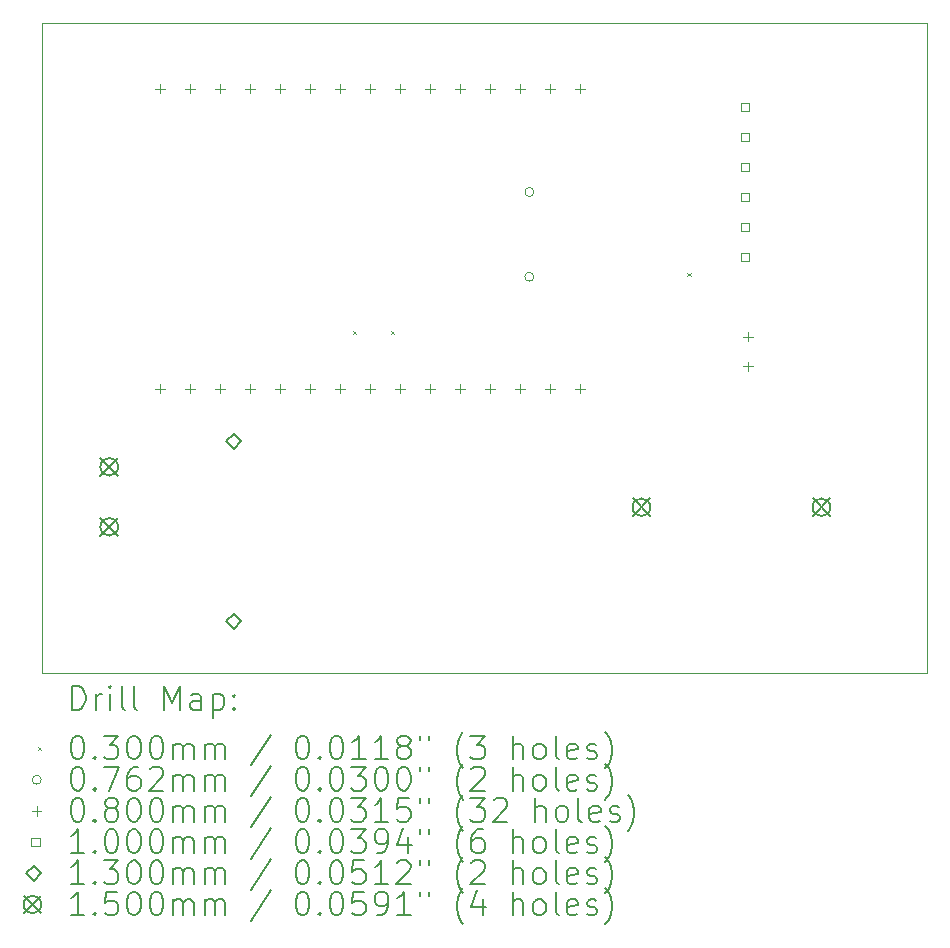
<source format=gbr>
%TF.GenerationSoftware,KiCad,Pcbnew,8.0.9*%
%TF.CreationDate,2025-07-12T12:55:14+02:00*%
%TF.ProjectId,OBD_Circuit,4f42445f-4369-4726-9375-69742e6b6963,rev?*%
%TF.SameCoordinates,Original*%
%TF.FileFunction,Drillmap*%
%TF.FilePolarity,Positive*%
%FSLAX45Y45*%
G04 Gerber Fmt 4.5, Leading zero omitted, Abs format (unit mm)*
G04 Created by KiCad (PCBNEW 8.0.9) date 2025-07-12 12:55:14*
%MOMM*%
%LPD*%
G01*
G04 APERTURE LIST*
%ADD10C,0.050000*%
%ADD11C,0.200000*%
%ADD12C,0.100000*%
%ADD13C,0.130000*%
%ADD14C,0.150000*%
G04 APERTURE END LIST*
D10*
X12000000Y-7000000D02*
X19500000Y-7000000D01*
X19500000Y-12500000D01*
X12000000Y-12500000D01*
X12000000Y-7000000D01*
D11*
D12*
X14635000Y-9605000D02*
X14665000Y-9635000D01*
X14665000Y-9605000D02*
X14635000Y-9635000D01*
X14955000Y-9605000D02*
X14985000Y-9635000D01*
X14985000Y-9605000D02*
X14955000Y-9635000D01*
X17465000Y-9115000D02*
X17495000Y-9145000D01*
X17495000Y-9115000D02*
X17465000Y-9145000D01*
X16168100Y-8430000D02*
G75*
G02*
X16091900Y-8430000I-38100J0D01*
G01*
X16091900Y-8430000D02*
G75*
G02*
X16168100Y-8430000I38100J0D01*
G01*
X16168100Y-9148420D02*
G75*
G02*
X16091900Y-9148420I-38100J0D01*
G01*
X16091900Y-9148420D02*
G75*
G02*
X16168100Y-9148420I38100J0D01*
G01*
X13004800Y-7516500D02*
X13004800Y-7596500D01*
X12964800Y-7556500D02*
X13044800Y-7556500D01*
X13004800Y-10056500D02*
X13004800Y-10136500D01*
X12964800Y-10096500D02*
X13044800Y-10096500D01*
X13258800Y-7516500D02*
X13258800Y-7596500D01*
X13218800Y-7556500D02*
X13298800Y-7556500D01*
X13258800Y-10056500D02*
X13258800Y-10136500D01*
X13218800Y-10096500D02*
X13298800Y-10096500D01*
X13512800Y-7516500D02*
X13512800Y-7596500D01*
X13472800Y-7556500D02*
X13552800Y-7556500D01*
X13512800Y-10056500D02*
X13512800Y-10136500D01*
X13472800Y-10096500D02*
X13552800Y-10096500D01*
X13766800Y-7516500D02*
X13766800Y-7596500D01*
X13726800Y-7556500D02*
X13806800Y-7556500D01*
X13766800Y-10056500D02*
X13766800Y-10136500D01*
X13726800Y-10096500D02*
X13806800Y-10096500D01*
X14020800Y-7516500D02*
X14020800Y-7596500D01*
X13980800Y-7556500D02*
X14060800Y-7556500D01*
X14020800Y-10056500D02*
X14020800Y-10136500D01*
X13980800Y-10096500D02*
X14060800Y-10096500D01*
X14274800Y-7516500D02*
X14274800Y-7596500D01*
X14234800Y-7556500D02*
X14314800Y-7556500D01*
X14274800Y-10056500D02*
X14274800Y-10136500D01*
X14234800Y-10096500D02*
X14314800Y-10096500D01*
X14528800Y-7516500D02*
X14528800Y-7596500D01*
X14488800Y-7556500D02*
X14568800Y-7556500D01*
X14528800Y-10056500D02*
X14528800Y-10136500D01*
X14488800Y-10096500D02*
X14568800Y-10096500D01*
X14782800Y-7516500D02*
X14782800Y-7596500D01*
X14742800Y-7556500D02*
X14822800Y-7556500D01*
X14782800Y-10056500D02*
X14782800Y-10136500D01*
X14742800Y-10096500D02*
X14822800Y-10096500D01*
X15036800Y-7516500D02*
X15036800Y-7596500D01*
X14996800Y-7556500D02*
X15076800Y-7556500D01*
X15036800Y-10056500D02*
X15036800Y-10136500D01*
X14996800Y-10096500D02*
X15076800Y-10096500D01*
X15290800Y-7516500D02*
X15290800Y-7596500D01*
X15250800Y-7556500D02*
X15330800Y-7556500D01*
X15290800Y-10056500D02*
X15290800Y-10136500D01*
X15250800Y-10096500D02*
X15330800Y-10096500D01*
X15544800Y-7516500D02*
X15544800Y-7596500D01*
X15504800Y-7556500D02*
X15584800Y-7556500D01*
X15544800Y-10056500D02*
X15544800Y-10136500D01*
X15504800Y-10096500D02*
X15584800Y-10096500D01*
X15798800Y-7516500D02*
X15798800Y-7596500D01*
X15758800Y-7556500D02*
X15838800Y-7556500D01*
X15798800Y-10056500D02*
X15798800Y-10136500D01*
X15758800Y-10096500D02*
X15838800Y-10096500D01*
X16052800Y-7516500D02*
X16052800Y-7596500D01*
X16012800Y-7556500D02*
X16092800Y-7556500D01*
X16052800Y-10056500D02*
X16052800Y-10136500D01*
X16012800Y-10096500D02*
X16092800Y-10096500D01*
X16306800Y-7516500D02*
X16306800Y-7596500D01*
X16266800Y-7556500D02*
X16346800Y-7556500D01*
X16306800Y-10056500D02*
X16306800Y-10136500D01*
X16266800Y-10096500D02*
X16346800Y-10096500D01*
X16560800Y-7516500D02*
X16560800Y-7596500D01*
X16520800Y-7556500D02*
X16600800Y-7556500D01*
X16560800Y-10056500D02*
X16560800Y-10136500D01*
X16520800Y-10096500D02*
X16600800Y-10096500D01*
X17983200Y-9616000D02*
X17983200Y-9696000D01*
X17943200Y-9656000D02*
X18023200Y-9656000D01*
X17983200Y-9866000D02*
X17983200Y-9946000D01*
X17943200Y-9906000D02*
X18023200Y-9906000D01*
X17993156Y-7744256D02*
X17993156Y-7673544D01*
X17922444Y-7673544D01*
X17922444Y-7744256D01*
X17993156Y-7744256D01*
X17993156Y-7998256D02*
X17993156Y-7927544D01*
X17922444Y-7927544D01*
X17922444Y-7998256D01*
X17993156Y-7998256D01*
X17993156Y-8252256D02*
X17993156Y-8181544D01*
X17922444Y-8181544D01*
X17922444Y-8252256D01*
X17993156Y-8252256D01*
X17993156Y-8506256D02*
X17993156Y-8435544D01*
X17922444Y-8435544D01*
X17922444Y-8506256D01*
X17993156Y-8506256D01*
X17993156Y-8760256D02*
X17993156Y-8689544D01*
X17922444Y-8689544D01*
X17922444Y-8760256D01*
X17993156Y-8760256D01*
X17993156Y-9014256D02*
X17993156Y-8943544D01*
X17922444Y-8943544D01*
X17922444Y-9014256D01*
X17993156Y-9014256D01*
D13*
X13627100Y-10606000D02*
X13692100Y-10541000D01*
X13627100Y-10476000D01*
X13562100Y-10541000D01*
X13627100Y-10606000D01*
X13627100Y-12130000D02*
X13692100Y-12065000D01*
X13627100Y-12000000D01*
X13562100Y-12065000D01*
X13627100Y-12130000D01*
D14*
X12498000Y-10681900D02*
X12648000Y-10831900D01*
X12648000Y-10681900D02*
X12498000Y-10831900D01*
X12648000Y-10756900D02*
G75*
G02*
X12498000Y-10756900I-75000J0D01*
G01*
X12498000Y-10756900D02*
G75*
G02*
X12648000Y-10756900I75000J0D01*
G01*
X12498000Y-11189900D02*
X12648000Y-11339900D01*
X12648000Y-11189900D02*
X12498000Y-11339900D01*
X12648000Y-11264900D02*
G75*
G02*
X12498000Y-11264900I-75000J0D01*
G01*
X12498000Y-11264900D02*
G75*
G02*
X12648000Y-11264900I75000J0D01*
G01*
X17003960Y-11025000D02*
X17153960Y-11175000D01*
X17153960Y-11025000D02*
X17003960Y-11175000D01*
X17153960Y-11100000D02*
G75*
G02*
X17003960Y-11100000I-75000J0D01*
G01*
X17003960Y-11100000D02*
G75*
G02*
X17153960Y-11100000I75000J0D01*
G01*
X18527960Y-11025000D02*
X18677960Y-11175000D01*
X18677960Y-11025000D02*
X18527960Y-11175000D01*
X18677960Y-11100000D02*
G75*
G02*
X18527960Y-11100000I-75000J0D01*
G01*
X18527960Y-11100000D02*
G75*
G02*
X18677960Y-11100000I75000J0D01*
G01*
D11*
X12258277Y-12813984D02*
X12258277Y-12613984D01*
X12258277Y-12613984D02*
X12305896Y-12613984D01*
X12305896Y-12613984D02*
X12334467Y-12623508D01*
X12334467Y-12623508D02*
X12353515Y-12642555D01*
X12353515Y-12642555D02*
X12363039Y-12661603D01*
X12363039Y-12661603D02*
X12372562Y-12699698D01*
X12372562Y-12699698D02*
X12372562Y-12728269D01*
X12372562Y-12728269D02*
X12363039Y-12766365D01*
X12363039Y-12766365D02*
X12353515Y-12785412D01*
X12353515Y-12785412D02*
X12334467Y-12804460D01*
X12334467Y-12804460D02*
X12305896Y-12813984D01*
X12305896Y-12813984D02*
X12258277Y-12813984D01*
X12458277Y-12813984D02*
X12458277Y-12680650D01*
X12458277Y-12718746D02*
X12467801Y-12699698D01*
X12467801Y-12699698D02*
X12477324Y-12690174D01*
X12477324Y-12690174D02*
X12496372Y-12680650D01*
X12496372Y-12680650D02*
X12515420Y-12680650D01*
X12582086Y-12813984D02*
X12582086Y-12680650D01*
X12582086Y-12613984D02*
X12572562Y-12623508D01*
X12572562Y-12623508D02*
X12582086Y-12633031D01*
X12582086Y-12633031D02*
X12591610Y-12623508D01*
X12591610Y-12623508D02*
X12582086Y-12613984D01*
X12582086Y-12613984D02*
X12582086Y-12633031D01*
X12705896Y-12813984D02*
X12686848Y-12804460D01*
X12686848Y-12804460D02*
X12677324Y-12785412D01*
X12677324Y-12785412D02*
X12677324Y-12613984D01*
X12810658Y-12813984D02*
X12791610Y-12804460D01*
X12791610Y-12804460D02*
X12782086Y-12785412D01*
X12782086Y-12785412D02*
X12782086Y-12613984D01*
X13039229Y-12813984D02*
X13039229Y-12613984D01*
X13039229Y-12613984D02*
X13105896Y-12756841D01*
X13105896Y-12756841D02*
X13172562Y-12613984D01*
X13172562Y-12613984D02*
X13172562Y-12813984D01*
X13353515Y-12813984D02*
X13353515Y-12709222D01*
X13353515Y-12709222D02*
X13343991Y-12690174D01*
X13343991Y-12690174D02*
X13324943Y-12680650D01*
X13324943Y-12680650D02*
X13286848Y-12680650D01*
X13286848Y-12680650D02*
X13267801Y-12690174D01*
X13353515Y-12804460D02*
X13334467Y-12813984D01*
X13334467Y-12813984D02*
X13286848Y-12813984D01*
X13286848Y-12813984D02*
X13267801Y-12804460D01*
X13267801Y-12804460D02*
X13258277Y-12785412D01*
X13258277Y-12785412D02*
X13258277Y-12766365D01*
X13258277Y-12766365D02*
X13267801Y-12747317D01*
X13267801Y-12747317D02*
X13286848Y-12737793D01*
X13286848Y-12737793D02*
X13334467Y-12737793D01*
X13334467Y-12737793D02*
X13353515Y-12728269D01*
X13448753Y-12680650D02*
X13448753Y-12880650D01*
X13448753Y-12690174D02*
X13467801Y-12680650D01*
X13467801Y-12680650D02*
X13505896Y-12680650D01*
X13505896Y-12680650D02*
X13524943Y-12690174D01*
X13524943Y-12690174D02*
X13534467Y-12699698D01*
X13534467Y-12699698D02*
X13543991Y-12718746D01*
X13543991Y-12718746D02*
X13543991Y-12775888D01*
X13543991Y-12775888D02*
X13534467Y-12794936D01*
X13534467Y-12794936D02*
X13524943Y-12804460D01*
X13524943Y-12804460D02*
X13505896Y-12813984D01*
X13505896Y-12813984D02*
X13467801Y-12813984D01*
X13467801Y-12813984D02*
X13448753Y-12804460D01*
X13629705Y-12794936D02*
X13639229Y-12804460D01*
X13639229Y-12804460D02*
X13629705Y-12813984D01*
X13629705Y-12813984D02*
X13620182Y-12804460D01*
X13620182Y-12804460D02*
X13629705Y-12794936D01*
X13629705Y-12794936D02*
X13629705Y-12813984D01*
X13629705Y-12690174D02*
X13639229Y-12699698D01*
X13639229Y-12699698D02*
X13629705Y-12709222D01*
X13629705Y-12709222D02*
X13620182Y-12699698D01*
X13620182Y-12699698D02*
X13629705Y-12690174D01*
X13629705Y-12690174D02*
X13629705Y-12709222D01*
D12*
X11967500Y-13127500D02*
X11997500Y-13157500D01*
X11997500Y-13127500D02*
X11967500Y-13157500D01*
D11*
X12296372Y-13033984D02*
X12315420Y-13033984D01*
X12315420Y-13033984D02*
X12334467Y-13043508D01*
X12334467Y-13043508D02*
X12343991Y-13053031D01*
X12343991Y-13053031D02*
X12353515Y-13072079D01*
X12353515Y-13072079D02*
X12363039Y-13110174D01*
X12363039Y-13110174D02*
X12363039Y-13157793D01*
X12363039Y-13157793D02*
X12353515Y-13195888D01*
X12353515Y-13195888D02*
X12343991Y-13214936D01*
X12343991Y-13214936D02*
X12334467Y-13224460D01*
X12334467Y-13224460D02*
X12315420Y-13233984D01*
X12315420Y-13233984D02*
X12296372Y-13233984D01*
X12296372Y-13233984D02*
X12277324Y-13224460D01*
X12277324Y-13224460D02*
X12267801Y-13214936D01*
X12267801Y-13214936D02*
X12258277Y-13195888D01*
X12258277Y-13195888D02*
X12248753Y-13157793D01*
X12248753Y-13157793D02*
X12248753Y-13110174D01*
X12248753Y-13110174D02*
X12258277Y-13072079D01*
X12258277Y-13072079D02*
X12267801Y-13053031D01*
X12267801Y-13053031D02*
X12277324Y-13043508D01*
X12277324Y-13043508D02*
X12296372Y-13033984D01*
X12448753Y-13214936D02*
X12458277Y-13224460D01*
X12458277Y-13224460D02*
X12448753Y-13233984D01*
X12448753Y-13233984D02*
X12439229Y-13224460D01*
X12439229Y-13224460D02*
X12448753Y-13214936D01*
X12448753Y-13214936D02*
X12448753Y-13233984D01*
X12524943Y-13033984D02*
X12648753Y-13033984D01*
X12648753Y-13033984D02*
X12582086Y-13110174D01*
X12582086Y-13110174D02*
X12610658Y-13110174D01*
X12610658Y-13110174D02*
X12629705Y-13119698D01*
X12629705Y-13119698D02*
X12639229Y-13129222D01*
X12639229Y-13129222D02*
X12648753Y-13148269D01*
X12648753Y-13148269D02*
X12648753Y-13195888D01*
X12648753Y-13195888D02*
X12639229Y-13214936D01*
X12639229Y-13214936D02*
X12629705Y-13224460D01*
X12629705Y-13224460D02*
X12610658Y-13233984D01*
X12610658Y-13233984D02*
X12553515Y-13233984D01*
X12553515Y-13233984D02*
X12534467Y-13224460D01*
X12534467Y-13224460D02*
X12524943Y-13214936D01*
X12772562Y-13033984D02*
X12791610Y-13033984D01*
X12791610Y-13033984D02*
X12810658Y-13043508D01*
X12810658Y-13043508D02*
X12820182Y-13053031D01*
X12820182Y-13053031D02*
X12829705Y-13072079D01*
X12829705Y-13072079D02*
X12839229Y-13110174D01*
X12839229Y-13110174D02*
X12839229Y-13157793D01*
X12839229Y-13157793D02*
X12829705Y-13195888D01*
X12829705Y-13195888D02*
X12820182Y-13214936D01*
X12820182Y-13214936D02*
X12810658Y-13224460D01*
X12810658Y-13224460D02*
X12791610Y-13233984D01*
X12791610Y-13233984D02*
X12772562Y-13233984D01*
X12772562Y-13233984D02*
X12753515Y-13224460D01*
X12753515Y-13224460D02*
X12743991Y-13214936D01*
X12743991Y-13214936D02*
X12734467Y-13195888D01*
X12734467Y-13195888D02*
X12724943Y-13157793D01*
X12724943Y-13157793D02*
X12724943Y-13110174D01*
X12724943Y-13110174D02*
X12734467Y-13072079D01*
X12734467Y-13072079D02*
X12743991Y-13053031D01*
X12743991Y-13053031D02*
X12753515Y-13043508D01*
X12753515Y-13043508D02*
X12772562Y-13033984D01*
X12963039Y-13033984D02*
X12982086Y-13033984D01*
X12982086Y-13033984D02*
X13001134Y-13043508D01*
X13001134Y-13043508D02*
X13010658Y-13053031D01*
X13010658Y-13053031D02*
X13020182Y-13072079D01*
X13020182Y-13072079D02*
X13029705Y-13110174D01*
X13029705Y-13110174D02*
X13029705Y-13157793D01*
X13029705Y-13157793D02*
X13020182Y-13195888D01*
X13020182Y-13195888D02*
X13010658Y-13214936D01*
X13010658Y-13214936D02*
X13001134Y-13224460D01*
X13001134Y-13224460D02*
X12982086Y-13233984D01*
X12982086Y-13233984D02*
X12963039Y-13233984D01*
X12963039Y-13233984D02*
X12943991Y-13224460D01*
X12943991Y-13224460D02*
X12934467Y-13214936D01*
X12934467Y-13214936D02*
X12924943Y-13195888D01*
X12924943Y-13195888D02*
X12915420Y-13157793D01*
X12915420Y-13157793D02*
X12915420Y-13110174D01*
X12915420Y-13110174D02*
X12924943Y-13072079D01*
X12924943Y-13072079D02*
X12934467Y-13053031D01*
X12934467Y-13053031D02*
X12943991Y-13043508D01*
X12943991Y-13043508D02*
X12963039Y-13033984D01*
X13115420Y-13233984D02*
X13115420Y-13100650D01*
X13115420Y-13119698D02*
X13124943Y-13110174D01*
X13124943Y-13110174D02*
X13143991Y-13100650D01*
X13143991Y-13100650D02*
X13172563Y-13100650D01*
X13172563Y-13100650D02*
X13191610Y-13110174D01*
X13191610Y-13110174D02*
X13201134Y-13129222D01*
X13201134Y-13129222D02*
X13201134Y-13233984D01*
X13201134Y-13129222D02*
X13210658Y-13110174D01*
X13210658Y-13110174D02*
X13229705Y-13100650D01*
X13229705Y-13100650D02*
X13258277Y-13100650D01*
X13258277Y-13100650D02*
X13277324Y-13110174D01*
X13277324Y-13110174D02*
X13286848Y-13129222D01*
X13286848Y-13129222D02*
X13286848Y-13233984D01*
X13382086Y-13233984D02*
X13382086Y-13100650D01*
X13382086Y-13119698D02*
X13391610Y-13110174D01*
X13391610Y-13110174D02*
X13410658Y-13100650D01*
X13410658Y-13100650D02*
X13439229Y-13100650D01*
X13439229Y-13100650D02*
X13458277Y-13110174D01*
X13458277Y-13110174D02*
X13467801Y-13129222D01*
X13467801Y-13129222D02*
X13467801Y-13233984D01*
X13467801Y-13129222D02*
X13477324Y-13110174D01*
X13477324Y-13110174D02*
X13496372Y-13100650D01*
X13496372Y-13100650D02*
X13524943Y-13100650D01*
X13524943Y-13100650D02*
X13543991Y-13110174D01*
X13543991Y-13110174D02*
X13553515Y-13129222D01*
X13553515Y-13129222D02*
X13553515Y-13233984D01*
X13943991Y-13024460D02*
X13772563Y-13281603D01*
X14201134Y-13033984D02*
X14220182Y-13033984D01*
X14220182Y-13033984D02*
X14239229Y-13043508D01*
X14239229Y-13043508D02*
X14248753Y-13053031D01*
X14248753Y-13053031D02*
X14258277Y-13072079D01*
X14258277Y-13072079D02*
X14267801Y-13110174D01*
X14267801Y-13110174D02*
X14267801Y-13157793D01*
X14267801Y-13157793D02*
X14258277Y-13195888D01*
X14258277Y-13195888D02*
X14248753Y-13214936D01*
X14248753Y-13214936D02*
X14239229Y-13224460D01*
X14239229Y-13224460D02*
X14220182Y-13233984D01*
X14220182Y-13233984D02*
X14201134Y-13233984D01*
X14201134Y-13233984D02*
X14182086Y-13224460D01*
X14182086Y-13224460D02*
X14172563Y-13214936D01*
X14172563Y-13214936D02*
X14163039Y-13195888D01*
X14163039Y-13195888D02*
X14153515Y-13157793D01*
X14153515Y-13157793D02*
X14153515Y-13110174D01*
X14153515Y-13110174D02*
X14163039Y-13072079D01*
X14163039Y-13072079D02*
X14172563Y-13053031D01*
X14172563Y-13053031D02*
X14182086Y-13043508D01*
X14182086Y-13043508D02*
X14201134Y-13033984D01*
X14353515Y-13214936D02*
X14363039Y-13224460D01*
X14363039Y-13224460D02*
X14353515Y-13233984D01*
X14353515Y-13233984D02*
X14343991Y-13224460D01*
X14343991Y-13224460D02*
X14353515Y-13214936D01*
X14353515Y-13214936D02*
X14353515Y-13233984D01*
X14486848Y-13033984D02*
X14505896Y-13033984D01*
X14505896Y-13033984D02*
X14524944Y-13043508D01*
X14524944Y-13043508D02*
X14534467Y-13053031D01*
X14534467Y-13053031D02*
X14543991Y-13072079D01*
X14543991Y-13072079D02*
X14553515Y-13110174D01*
X14553515Y-13110174D02*
X14553515Y-13157793D01*
X14553515Y-13157793D02*
X14543991Y-13195888D01*
X14543991Y-13195888D02*
X14534467Y-13214936D01*
X14534467Y-13214936D02*
X14524944Y-13224460D01*
X14524944Y-13224460D02*
X14505896Y-13233984D01*
X14505896Y-13233984D02*
X14486848Y-13233984D01*
X14486848Y-13233984D02*
X14467801Y-13224460D01*
X14467801Y-13224460D02*
X14458277Y-13214936D01*
X14458277Y-13214936D02*
X14448753Y-13195888D01*
X14448753Y-13195888D02*
X14439229Y-13157793D01*
X14439229Y-13157793D02*
X14439229Y-13110174D01*
X14439229Y-13110174D02*
X14448753Y-13072079D01*
X14448753Y-13072079D02*
X14458277Y-13053031D01*
X14458277Y-13053031D02*
X14467801Y-13043508D01*
X14467801Y-13043508D02*
X14486848Y-13033984D01*
X14743991Y-13233984D02*
X14629706Y-13233984D01*
X14686848Y-13233984D02*
X14686848Y-13033984D01*
X14686848Y-13033984D02*
X14667801Y-13062555D01*
X14667801Y-13062555D02*
X14648753Y-13081603D01*
X14648753Y-13081603D02*
X14629706Y-13091127D01*
X14934467Y-13233984D02*
X14820182Y-13233984D01*
X14877325Y-13233984D02*
X14877325Y-13033984D01*
X14877325Y-13033984D02*
X14858277Y-13062555D01*
X14858277Y-13062555D02*
X14839229Y-13081603D01*
X14839229Y-13081603D02*
X14820182Y-13091127D01*
X15048753Y-13119698D02*
X15029706Y-13110174D01*
X15029706Y-13110174D02*
X15020182Y-13100650D01*
X15020182Y-13100650D02*
X15010658Y-13081603D01*
X15010658Y-13081603D02*
X15010658Y-13072079D01*
X15010658Y-13072079D02*
X15020182Y-13053031D01*
X15020182Y-13053031D02*
X15029706Y-13043508D01*
X15029706Y-13043508D02*
X15048753Y-13033984D01*
X15048753Y-13033984D02*
X15086848Y-13033984D01*
X15086848Y-13033984D02*
X15105896Y-13043508D01*
X15105896Y-13043508D02*
X15115420Y-13053031D01*
X15115420Y-13053031D02*
X15124944Y-13072079D01*
X15124944Y-13072079D02*
X15124944Y-13081603D01*
X15124944Y-13081603D02*
X15115420Y-13100650D01*
X15115420Y-13100650D02*
X15105896Y-13110174D01*
X15105896Y-13110174D02*
X15086848Y-13119698D01*
X15086848Y-13119698D02*
X15048753Y-13119698D01*
X15048753Y-13119698D02*
X15029706Y-13129222D01*
X15029706Y-13129222D02*
X15020182Y-13138746D01*
X15020182Y-13138746D02*
X15010658Y-13157793D01*
X15010658Y-13157793D02*
X15010658Y-13195888D01*
X15010658Y-13195888D02*
X15020182Y-13214936D01*
X15020182Y-13214936D02*
X15029706Y-13224460D01*
X15029706Y-13224460D02*
X15048753Y-13233984D01*
X15048753Y-13233984D02*
X15086848Y-13233984D01*
X15086848Y-13233984D02*
X15105896Y-13224460D01*
X15105896Y-13224460D02*
X15115420Y-13214936D01*
X15115420Y-13214936D02*
X15124944Y-13195888D01*
X15124944Y-13195888D02*
X15124944Y-13157793D01*
X15124944Y-13157793D02*
X15115420Y-13138746D01*
X15115420Y-13138746D02*
X15105896Y-13129222D01*
X15105896Y-13129222D02*
X15086848Y-13119698D01*
X15201134Y-13033984D02*
X15201134Y-13072079D01*
X15277325Y-13033984D02*
X15277325Y-13072079D01*
X15572563Y-13310174D02*
X15563039Y-13300650D01*
X15563039Y-13300650D02*
X15543991Y-13272079D01*
X15543991Y-13272079D02*
X15534468Y-13253031D01*
X15534468Y-13253031D02*
X15524944Y-13224460D01*
X15524944Y-13224460D02*
X15515420Y-13176841D01*
X15515420Y-13176841D02*
X15515420Y-13138746D01*
X15515420Y-13138746D02*
X15524944Y-13091127D01*
X15524944Y-13091127D02*
X15534468Y-13062555D01*
X15534468Y-13062555D02*
X15543991Y-13043508D01*
X15543991Y-13043508D02*
X15563039Y-13014936D01*
X15563039Y-13014936D02*
X15572563Y-13005412D01*
X15629706Y-13033984D02*
X15753515Y-13033984D01*
X15753515Y-13033984D02*
X15686848Y-13110174D01*
X15686848Y-13110174D02*
X15715420Y-13110174D01*
X15715420Y-13110174D02*
X15734468Y-13119698D01*
X15734468Y-13119698D02*
X15743991Y-13129222D01*
X15743991Y-13129222D02*
X15753515Y-13148269D01*
X15753515Y-13148269D02*
X15753515Y-13195888D01*
X15753515Y-13195888D02*
X15743991Y-13214936D01*
X15743991Y-13214936D02*
X15734468Y-13224460D01*
X15734468Y-13224460D02*
X15715420Y-13233984D01*
X15715420Y-13233984D02*
X15658277Y-13233984D01*
X15658277Y-13233984D02*
X15639229Y-13224460D01*
X15639229Y-13224460D02*
X15629706Y-13214936D01*
X15991610Y-13233984D02*
X15991610Y-13033984D01*
X16077325Y-13233984D02*
X16077325Y-13129222D01*
X16077325Y-13129222D02*
X16067801Y-13110174D01*
X16067801Y-13110174D02*
X16048753Y-13100650D01*
X16048753Y-13100650D02*
X16020182Y-13100650D01*
X16020182Y-13100650D02*
X16001134Y-13110174D01*
X16001134Y-13110174D02*
X15991610Y-13119698D01*
X16201134Y-13233984D02*
X16182087Y-13224460D01*
X16182087Y-13224460D02*
X16172563Y-13214936D01*
X16172563Y-13214936D02*
X16163039Y-13195888D01*
X16163039Y-13195888D02*
X16163039Y-13138746D01*
X16163039Y-13138746D02*
X16172563Y-13119698D01*
X16172563Y-13119698D02*
X16182087Y-13110174D01*
X16182087Y-13110174D02*
X16201134Y-13100650D01*
X16201134Y-13100650D02*
X16229706Y-13100650D01*
X16229706Y-13100650D02*
X16248753Y-13110174D01*
X16248753Y-13110174D02*
X16258277Y-13119698D01*
X16258277Y-13119698D02*
X16267801Y-13138746D01*
X16267801Y-13138746D02*
X16267801Y-13195888D01*
X16267801Y-13195888D02*
X16258277Y-13214936D01*
X16258277Y-13214936D02*
X16248753Y-13224460D01*
X16248753Y-13224460D02*
X16229706Y-13233984D01*
X16229706Y-13233984D02*
X16201134Y-13233984D01*
X16382087Y-13233984D02*
X16363039Y-13224460D01*
X16363039Y-13224460D02*
X16353515Y-13205412D01*
X16353515Y-13205412D02*
X16353515Y-13033984D01*
X16534468Y-13224460D02*
X16515420Y-13233984D01*
X16515420Y-13233984D02*
X16477325Y-13233984D01*
X16477325Y-13233984D02*
X16458277Y-13224460D01*
X16458277Y-13224460D02*
X16448753Y-13205412D01*
X16448753Y-13205412D02*
X16448753Y-13129222D01*
X16448753Y-13129222D02*
X16458277Y-13110174D01*
X16458277Y-13110174D02*
X16477325Y-13100650D01*
X16477325Y-13100650D02*
X16515420Y-13100650D01*
X16515420Y-13100650D02*
X16534468Y-13110174D01*
X16534468Y-13110174D02*
X16543991Y-13129222D01*
X16543991Y-13129222D02*
X16543991Y-13148269D01*
X16543991Y-13148269D02*
X16448753Y-13167317D01*
X16620182Y-13224460D02*
X16639230Y-13233984D01*
X16639230Y-13233984D02*
X16677325Y-13233984D01*
X16677325Y-13233984D02*
X16696372Y-13224460D01*
X16696372Y-13224460D02*
X16705896Y-13205412D01*
X16705896Y-13205412D02*
X16705896Y-13195888D01*
X16705896Y-13195888D02*
X16696372Y-13176841D01*
X16696372Y-13176841D02*
X16677325Y-13167317D01*
X16677325Y-13167317D02*
X16648753Y-13167317D01*
X16648753Y-13167317D02*
X16629706Y-13157793D01*
X16629706Y-13157793D02*
X16620182Y-13138746D01*
X16620182Y-13138746D02*
X16620182Y-13129222D01*
X16620182Y-13129222D02*
X16629706Y-13110174D01*
X16629706Y-13110174D02*
X16648753Y-13100650D01*
X16648753Y-13100650D02*
X16677325Y-13100650D01*
X16677325Y-13100650D02*
X16696372Y-13110174D01*
X16772563Y-13310174D02*
X16782087Y-13300650D01*
X16782087Y-13300650D02*
X16801134Y-13272079D01*
X16801134Y-13272079D02*
X16810658Y-13253031D01*
X16810658Y-13253031D02*
X16820182Y-13224460D01*
X16820182Y-13224460D02*
X16829706Y-13176841D01*
X16829706Y-13176841D02*
X16829706Y-13138746D01*
X16829706Y-13138746D02*
X16820182Y-13091127D01*
X16820182Y-13091127D02*
X16810658Y-13062555D01*
X16810658Y-13062555D02*
X16801134Y-13043508D01*
X16801134Y-13043508D02*
X16782087Y-13014936D01*
X16782087Y-13014936D02*
X16772563Y-13005412D01*
D12*
X11997500Y-13406500D02*
G75*
G02*
X11921300Y-13406500I-38100J0D01*
G01*
X11921300Y-13406500D02*
G75*
G02*
X11997500Y-13406500I38100J0D01*
G01*
D11*
X12296372Y-13297984D02*
X12315420Y-13297984D01*
X12315420Y-13297984D02*
X12334467Y-13307508D01*
X12334467Y-13307508D02*
X12343991Y-13317031D01*
X12343991Y-13317031D02*
X12353515Y-13336079D01*
X12353515Y-13336079D02*
X12363039Y-13374174D01*
X12363039Y-13374174D02*
X12363039Y-13421793D01*
X12363039Y-13421793D02*
X12353515Y-13459888D01*
X12353515Y-13459888D02*
X12343991Y-13478936D01*
X12343991Y-13478936D02*
X12334467Y-13488460D01*
X12334467Y-13488460D02*
X12315420Y-13497984D01*
X12315420Y-13497984D02*
X12296372Y-13497984D01*
X12296372Y-13497984D02*
X12277324Y-13488460D01*
X12277324Y-13488460D02*
X12267801Y-13478936D01*
X12267801Y-13478936D02*
X12258277Y-13459888D01*
X12258277Y-13459888D02*
X12248753Y-13421793D01*
X12248753Y-13421793D02*
X12248753Y-13374174D01*
X12248753Y-13374174D02*
X12258277Y-13336079D01*
X12258277Y-13336079D02*
X12267801Y-13317031D01*
X12267801Y-13317031D02*
X12277324Y-13307508D01*
X12277324Y-13307508D02*
X12296372Y-13297984D01*
X12448753Y-13478936D02*
X12458277Y-13488460D01*
X12458277Y-13488460D02*
X12448753Y-13497984D01*
X12448753Y-13497984D02*
X12439229Y-13488460D01*
X12439229Y-13488460D02*
X12448753Y-13478936D01*
X12448753Y-13478936D02*
X12448753Y-13497984D01*
X12524943Y-13297984D02*
X12658277Y-13297984D01*
X12658277Y-13297984D02*
X12572562Y-13497984D01*
X12820182Y-13297984D02*
X12782086Y-13297984D01*
X12782086Y-13297984D02*
X12763039Y-13307508D01*
X12763039Y-13307508D02*
X12753515Y-13317031D01*
X12753515Y-13317031D02*
X12734467Y-13345603D01*
X12734467Y-13345603D02*
X12724943Y-13383698D01*
X12724943Y-13383698D02*
X12724943Y-13459888D01*
X12724943Y-13459888D02*
X12734467Y-13478936D01*
X12734467Y-13478936D02*
X12743991Y-13488460D01*
X12743991Y-13488460D02*
X12763039Y-13497984D01*
X12763039Y-13497984D02*
X12801134Y-13497984D01*
X12801134Y-13497984D02*
X12820182Y-13488460D01*
X12820182Y-13488460D02*
X12829705Y-13478936D01*
X12829705Y-13478936D02*
X12839229Y-13459888D01*
X12839229Y-13459888D02*
X12839229Y-13412269D01*
X12839229Y-13412269D02*
X12829705Y-13393222D01*
X12829705Y-13393222D02*
X12820182Y-13383698D01*
X12820182Y-13383698D02*
X12801134Y-13374174D01*
X12801134Y-13374174D02*
X12763039Y-13374174D01*
X12763039Y-13374174D02*
X12743991Y-13383698D01*
X12743991Y-13383698D02*
X12734467Y-13393222D01*
X12734467Y-13393222D02*
X12724943Y-13412269D01*
X12915420Y-13317031D02*
X12924943Y-13307508D01*
X12924943Y-13307508D02*
X12943991Y-13297984D01*
X12943991Y-13297984D02*
X12991610Y-13297984D01*
X12991610Y-13297984D02*
X13010658Y-13307508D01*
X13010658Y-13307508D02*
X13020182Y-13317031D01*
X13020182Y-13317031D02*
X13029705Y-13336079D01*
X13029705Y-13336079D02*
X13029705Y-13355127D01*
X13029705Y-13355127D02*
X13020182Y-13383698D01*
X13020182Y-13383698D02*
X12905896Y-13497984D01*
X12905896Y-13497984D02*
X13029705Y-13497984D01*
X13115420Y-13497984D02*
X13115420Y-13364650D01*
X13115420Y-13383698D02*
X13124943Y-13374174D01*
X13124943Y-13374174D02*
X13143991Y-13364650D01*
X13143991Y-13364650D02*
X13172563Y-13364650D01*
X13172563Y-13364650D02*
X13191610Y-13374174D01*
X13191610Y-13374174D02*
X13201134Y-13393222D01*
X13201134Y-13393222D02*
X13201134Y-13497984D01*
X13201134Y-13393222D02*
X13210658Y-13374174D01*
X13210658Y-13374174D02*
X13229705Y-13364650D01*
X13229705Y-13364650D02*
X13258277Y-13364650D01*
X13258277Y-13364650D02*
X13277324Y-13374174D01*
X13277324Y-13374174D02*
X13286848Y-13393222D01*
X13286848Y-13393222D02*
X13286848Y-13497984D01*
X13382086Y-13497984D02*
X13382086Y-13364650D01*
X13382086Y-13383698D02*
X13391610Y-13374174D01*
X13391610Y-13374174D02*
X13410658Y-13364650D01*
X13410658Y-13364650D02*
X13439229Y-13364650D01*
X13439229Y-13364650D02*
X13458277Y-13374174D01*
X13458277Y-13374174D02*
X13467801Y-13393222D01*
X13467801Y-13393222D02*
X13467801Y-13497984D01*
X13467801Y-13393222D02*
X13477324Y-13374174D01*
X13477324Y-13374174D02*
X13496372Y-13364650D01*
X13496372Y-13364650D02*
X13524943Y-13364650D01*
X13524943Y-13364650D02*
X13543991Y-13374174D01*
X13543991Y-13374174D02*
X13553515Y-13393222D01*
X13553515Y-13393222D02*
X13553515Y-13497984D01*
X13943991Y-13288460D02*
X13772563Y-13545603D01*
X14201134Y-13297984D02*
X14220182Y-13297984D01*
X14220182Y-13297984D02*
X14239229Y-13307508D01*
X14239229Y-13307508D02*
X14248753Y-13317031D01*
X14248753Y-13317031D02*
X14258277Y-13336079D01*
X14258277Y-13336079D02*
X14267801Y-13374174D01*
X14267801Y-13374174D02*
X14267801Y-13421793D01*
X14267801Y-13421793D02*
X14258277Y-13459888D01*
X14258277Y-13459888D02*
X14248753Y-13478936D01*
X14248753Y-13478936D02*
X14239229Y-13488460D01*
X14239229Y-13488460D02*
X14220182Y-13497984D01*
X14220182Y-13497984D02*
X14201134Y-13497984D01*
X14201134Y-13497984D02*
X14182086Y-13488460D01*
X14182086Y-13488460D02*
X14172563Y-13478936D01*
X14172563Y-13478936D02*
X14163039Y-13459888D01*
X14163039Y-13459888D02*
X14153515Y-13421793D01*
X14153515Y-13421793D02*
X14153515Y-13374174D01*
X14153515Y-13374174D02*
X14163039Y-13336079D01*
X14163039Y-13336079D02*
X14172563Y-13317031D01*
X14172563Y-13317031D02*
X14182086Y-13307508D01*
X14182086Y-13307508D02*
X14201134Y-13297984D01*
X14353515Y-13478936D02*
X14363039Y-13488460D01*
X14363039Y-13488460D02*
X14353515Y-13497984D01*
X14353515Y-13497984D02*
X14343991Y-13488460D01*
X14343991Y-13488460D02*
X14353515Y-13478936D01*
X14353515Y-13478936D02*
X14353515Y-13497984D01*
X14486848Y-13297984D02*
X14505896Y-13297984D01*
X14505896Y-13297984D02*
X14524944Y-13307508D01*
X14524944Y-13307508D02*
X14534467Y-13317031D01*
X14534467Y-13317031D02*
X14543991Y-13336079D01*
X14543991Y-13336079D02*
X14553515Y-13374174D01*
X14553515Y-13374174D02*
X14553515Y-13421793D01*
X14553515Y-13421793D02*
X14543991Y-13459888D01*
X14543991Y-13459888D02*
X14534467Y-13478936D01*
X14534467Y-13478936D02*
X14524944Y-13488460D01*
X14524944Y-13488460D02*
X14505896Y-13497984D01*
X14505896Y-13497984D02*
X14486848Y-13497984D01*
X14486848Y-13497984D02*
X14467801Y-13488460D01*
X14467801Y-13488460D02*
X14458277Y-13478936D01*
X14458277Y-13478936D02*
X14448753Y-13459888D01*
X14448753Y-13459888D02*
X14439229Y-13421793D01*
X14439229Y-13421793D02*
X14439229Y-13374174D01*
X14439229Y-13374174D02*
X14448753Y-13336079D01*
X14448753Y-13336079D02*
X14458277Y-13317031D01*
X14458277Y-13317031D02*
X14467801Y-13307508D01*
X14467801Y-13307508D02*
X14486848Y-13297984D01*
X14620182Y-13297984D02*
X14743991Y-13297984D01*
X14743991Y-13297984D02*
X14677325Y-13374174D01*
X14677325Y-13374174D02*
X14705896Y-13374174D01*
X14705896Y-13374174D02*
X14724944Y-13383698D01*
X14724944Y-13383698D02*
X14734467Y-13393222D01*
X14734467Y-13393222D02*
X14743991Y-13412269D01*
X14743991Y-13412269D02*
X14743991Y-13459888D01*
X14743991Y-13459888D02*
X14734467Y-13478936D01*
X14734467Y-13478936D02*
X14724944Y-13488460D01*
X14724944Y-13488460D02*
X14705896Y-13497984D01*
X14705896Y-13497984D02*
X14648753Y-13497984D01*
X14648753Y-13497984D02*
X14629706Y-13488460D01*
X14629706Y-13488460D02*
X14620182Y-13478936D01*
X14867801Y-13297984D02*
X14886848Y-13297984D01*
X14886848Y-13297984D02*
X14905896Y-13307508D01*
X14905896Y-13307508D02*
X14915420Y-13317031D01*
X14915420Y-13317031D02*
X14924944Y-13336079D01*
X14924944Y-13336079D02*
X14934467Y-13374174D01*
X14934467Y-13374174D02*
X14934467Y-13421793D01*
X14934467Y-13421793D02*
X14924944Y-13459888D01*
X14924944Y-13459888D02*
X14915420Y-13478936D01*
X14915420Y-13478936D02*
X14905896Y-13488460D01*
X14905896Y-13488460D02*
X14886848Y-13497984D01*
X14886848Y-13497984D02*
X14867801Y-13497984D01*
X14867801Y-13497984D02*
X14848753Y-13488460D01*
X14848753Y-13488460D02*
X14839229Y-13478936D01*
X14839229Y-13478936D02*
X14829706Y-13459888D01*
X14829706Y-13459888D02*
X14820182Y-13421793D01*
X14820182Y-13421793D02*
X14820182Y-13374174D01*
X14820182Y-13374174D02*
X14829706Y-13336079D01*
X14829706Y-13336079D02*
X14839229Y-13317031D01*
X14839229Y-13317031D02*
X14848753Y-13307508D01*
X14848753Y-13307508D02*
X14867801Y-13297984D01*
X15058277Y-13297984D02*
X15077325Y-13297984D01*
X15077325Y-13297984D02*
X15096372Y-13307508D01*
X15096372Y-13307508D02*
X15105896Y-13317031D01*
X15105896Y-13317031D02*
X15115420Y-13336079D01*
X15115420Y-13336079D02*
X15124944Y-13374174D01*
X15124944Y-13374174D02*
X15124944Y-13421793D01*
X15124944Y-13421793D02*
X15115420Y-13459888D01*
X15115420Y-13459888D02*
X15105896Y-13478936D01*
X15105896Y-13478936D02*
X15096372Y-13488460D01*
X15096372Y-13488460D02*
X15077325Y-13497984D01*
X15077325Y-13497984D02*
X15058277Y-13497984D01*
X15058277Y-13497984D02*
X15039229Y-13488460D01*
X15039229Y-13488460D02*
X15029706Y-13478936D01*
X15029706Y-13478936D02*
X15020182Y-13459888D01*
X15020182Y-13459888D02*
X15010658Y-13421793D01*
X15010658Y-13421793D02*
X15010658Y-13374174D01*
X15010658Y-13374174D02*
X15020182Y-13336079D01*
X15020182Y-13336079D02*
X15029706Y-13317031D01*
X15029706Y-13317031D02*
X15039229Y-13307508D01*
X15039229Y-13307508D02*
X15058277Y-13297984D01*
X15201134Y-13297984D02*
X15201134Y-13336079D01*
X15277325Y-13297984D02*
X15277325Y-13336079D01*
X15572563Y-13574174D02*
X15563039Y-13564650D01*
X15563039Y-13564650D02*
X15543991Y-13536079D01*
X15543991Y-13536079D02*
X15534468Y-13517031D01*
X15534468Y-13517031D02*
X15524944Y-13488460D01*
X15524944Y-13488460D02*
X15515420Y-13440841D01*
X15515420Y-13440841D02*
X15515420Y-13402746D01*
X15515420Y-13402746D02*
X15524944Y-13355127D01*
X15524944Y-13355127D02*
X15534468Y-13326555D01*
X15534468Y-13326555D02*
X15543991Y-13307508D01*
X15543991Y-13307508D02*
X15563039Y-13278936D01*
X15563039Y-13278936D02*
X15572563Y-13269412D01*
X15639229Y-13317031D02*
X15648753Y-13307508D01*
X15648753Y-13307508D02*
X15667801Y-13297984D01*
X15667801Y-13297984D02*
X15715420Y-13297984D01*
X15715420Y-13297984D02*
X15734468Y-13307508D01*
X15734468Y-13307508D02*
X15743991Y-13317031D01*
X15743991Y-13317031D02*
X15753515Y-13336079D01*
X15753515Y-13336079D02*
X15753515Y-13355127D01*
X15753515Y-13355127D02*
X15743991Y-13383698D01*
X15743991Y-13383698D02*
X15629706Y-13497984D01*
X15629706Y-13497984D02*
X15753515Y-13497984D01*
X15991610Y-13497984D02*
X15991610Y-13297984D01*
X16077325Y-13497984D02*
X16077325Y-13393222D01*
X16077325Y-13393222D02*
X16067801Y-13374174D01*
X16067801Y-13374174D02*
X16048753Y-13364650D01*
X16048753Y-13364650D02*
X16020182Y-13364650D01*
X16020182Y-13364650D02*
X16001134Y-13374174D01*
X16001134Y-13374174D02*
X15991610Y-13383698D01*
X16201134Y-13497984D02*
X16182087Y-13488460D01*
X16182087Y-13488460D02*
X16172563Y-13478936D01*
X16172563Y-13478936D02*
X16163039Y-13459888D01*
X16163039Y-13459888D02*
X16163039Y-13402746D01*
X16163039Y-13402746D02*
X16172563Y-13383698D01*
X16172563Y-13383698D02*
X16182087Y-13374174D01*
X16182087Y-13374174D02*
X16201134Y-13364650D01*
X16201134Y-13364650D02*
X16229706Y-13364650D01*
X16229706Y-13364650D02*
X16248753Y-13374174D01*
X16248753Y-13374174D02*
X16258277Y-13383698D01*
X16258277Y-13383698D02*
X16267801Y-13402746D01*
X16267801Y-13402746D02*
X16267801Y-13459888D01*
X16267801Y-13459888D02*
X16258277Y-13478936D01*
X16258277Y-13478936D02*
X16248753Y-13488460D01*
X16248753Y-13488460D02*
X16229706Y-13497984D01*
X16229706Y-13497984D02*
X16201134Y-13497984D01*
X16382087Y-13497984D02*
X16363039Y-13488460D01*
X16363039Y-13488460D02*
X16353515Y-13469412D01*
X16353515Y-13469412D02*
X16353515Y-13297984D01*
X16534468Y-13488460D02*
X16515420Y-13497984D01*
X16515420Y-13497984D02*
X16477325Y-13497984D01*
X16477325Y-13497984D02*
X16458277Y-13488460D01*
X16458277Y-13488460D02*
X16448753Y-13469412D01*
X16448753Y-13469412D02*
X16448753Y-13393222D01*
X16448753Y-13393222D02*
X16458277Y-13374174D01*
X16458277Y-13374174D02*
X16477325Y-13364650D01*
X16477325Y-13364650D02*
X16515420Y-13364650D01*
X16515420Y-13364650D02*
X16534468Y-13374174D01*
X16534468Y-13374174D02*
X16543991Y-13393222D01*
X16543991Y-13393222D02*
X16543991Y-13412269D01*
X16543991Y-13412269D02*
X16448753Y-13431317D01*
X16620182Y-13488460D02*
X16639230Y-13497984D01*
X16639230Y-13497984D02*
X16677325Y-13497984D01*
X16677325Y-13497984D02*
X16696372Y-13488460D01*
X16696372Y-13488460D02*
X16705896Y-13469412D01*
X16705896Y-13469412D02*
X16705896Y-13459888D01*
X16705896Y-13459888D02*
X16696372Y-13440841D01*
X16696372Y-13440841D02*
X16677325Y-13431317D01*
X16677325Y-13431317D02*
X16648753Y-13431317D01*
X16648753Y-13431317D02*
X16629706Y-13421793D01*
X16629706Y-13421793D02*
X16620182Y-13402746D01*
X16620182Y-13402746D02*
X16620182Y-13393222D01*
X16620182Y-13393222D02*
X16629706Y-13374174D01*
X16629706Y-13374174D02*
X16648753Y-13364650D01*
X16648753Y-13364650D02*
X16677325Y-13364650D01*
X16677325Y-13364650D02*
X16696372Y-13374174D01*
X16772563Y-13574174D02*
X16782087Y-13564650D01*
X16782087Y-13564650D02*
X16801134Y-13536079D01*
X16801134Y-13536079D02*
X16810658Y-13517031D01*
X16810658Y-13517031D02*
X16820182Y-13488460D01*
X16820182Y-13488460D02*
X16829706Y-13440841D01*
X16829706Y-13440841D02*
X16829706Y-13402746D01*
X16829706Y-13402746D02*
X16820182Y-13355127D01*
X16820182Y-13355127D02*
X16810658Y-13326555D01*
X16810658Y-13326555D02*
X16801134Y-13307508D01*
X16801134Y-13307508D02*
X16782087Y-13278936D01*
X16782087Y-13278936D02*
X16772563Y-13269412D01*
D12*
X11957500Y-13630500D02*
X11957500Y-13710500D01*
X11917500Y-13670500D02*
X11997500Y-13670500D01*
D11*
X12296372Y-13561984D02*
X12315420Y-13561984D01*
X12315420Y-13561984D02*
X12334467Y-13571508D01*
X12334467Y-13571508D02*
X12343991Y-13581031D01*
X12343991Y-13581031D02*
X12353515Y-13600079D01*
X12353515Y-13600079D02*
X12363039Y-13638174D01*
X12363039Y-13638174D02*
X12363039Y-13685793D01*
X12363039Y-13685793D02*
X12353515Y-13723888D01*
X12353515Y-13723888D02*
X12343991Y-13742936D01*
X12343991Y-13742936D02*
X12334467Y-13752460D01*
X12334467Y-13752460D02*
X12315420Y-13761984D01*
X12315420Y-13761984D02*
X12296372Y-13761984D01*
X12296372Y-13761984D02*
X12277324Y-13752460D01*
X12277324Y-13752460D02*
X12267801Y-13742936D01*
X12267801Y-13742936D02*
X12258277Y-13723888D01*
X12258277Y-13723888D02*
X12248753Y-13685793D01*
X12248753Y-13685793D02*
X12248753Y-13638174D01*
X12248753Y-13638174D02*
X12258277Y-13600079D01*
X12258277Y-13600079D02*
X12267801Y-13581031D01*
X12267801Y-13581031D02*
X12277324Y-13571508D01*
X12277324Y-13571508D02*
X12296372Y-13561984D01*
X12448753Y-13742936D02*
X12458277Y-13752460D01*
X12458277Y-13752460D02*
X12448753Y-13761984D01*
X12448753Y-13761984D02*
X12439229Y-13752460D01*
X12439229Y-13752460D02*
X12448753Y-13742936D01*
X12448753Y-13742936D02*
X12448753Y-13761984D01*
X12572562Y-13647698D02*
X12553515Y-13638174D01*
X12553515Y-13638174D02*
X12543991Y-13628650D01*
X12543991Y-13628650D02*
X12534467Y-13609603D01*
X12534467Y-13609603D02*
X12534467Y-13600079D01*
X12534467Y-13600079D02*
X12543991Y-13581031D01*
X12543991Y-13581031D02*
X12553515Y-13571508D01*
X12553515Y-13571508D02*
X12572562Y-13561984D01*
X12572562Y-13561984D02*
X12610658Y-13561984D01*
X12610658Y-13561984D02*
X12629705Y-13571508D01*
X12629705Y-13571508D02*
X12639229Y-13581031D01*
X12639229Y-13581031D02*
X12648753Y-13600079D01*
X12648753Y-13600079D02*
X12648753Y-13609603D01*
X12648753Y-13609603D02*
X12639229Y-13628650D01*
X12639229Y-13628650D02*
X12629705Y-13638174D01*
X12629705Y-13638174D02*
X12610658Y-13647698D01*
X12610658Y-13647698D02*
X12572562Y-13647698D01*
X12572562Y-13647698D02*
X12553515Y-13657222D01*
X12553515Y-13657222D02*
X12543991Y-13666746D01*
X12543991Y-13666746D02*
X12534467Y-13685793D01*
X12534467Y-13685793D02*
X12534467Y-13723888D01*
X12534467Y-13723888D02*
X12543991Y-13742936D01*
X12543991Y-13742936D02*
X12553515Y-13752460D01*
X12553515Y-13752460D02*
X12572562Y-13761984D01*
X12572562Y-13761984D02*
X12610658Y-13761984D01*
X12610658Y-13761984D02*
X12629705Y-13752460D01*
X12629705Y-13752460D02*
X12639229Y-13742936D01*
X12639229Y-13742936D02*
X12648753Y-13723888D01*
X12648753Y-13723888D02*
X12648753Y-13685793D01*
X12648753Y-13685793D02*
X12639229Y-13666746D01*
X12639229Y-13666746D02*
X12629705Y-13657222D01*
X12629705Y-13657222D02*
X12610658Y-13647698D01*
X12772562Y-13561984D02*
X12791610Y-13561984D01*
X12791610Y-13561984D02*
X12810658Y-13571508D01*
X12810658Y-13571508D02*
X12820182Y-13581031D01*
X12820182Y-13581031D02*
X12829705Y-13600079D01*
X12829705Y-13600079D02*
X12839229Y-13638174D01*
X12839229Y-13638174D02*
X12839229Y-13685793D01*
X12839229Y-13685793D02*
X12829705Y-13723888D01*
X12829705Y-13723888D02*
X12820182Y-13742936D01*
X12820182Y-13742936D02*
X12810658Y-13752460D01*
X12810658Y-13752460D02*
X12791610Y-13761984D01*
X12791610Y-13761984D02*
X12772562Y-13761984D01*
X12772562Y-13761984D02*
X12753515Y-13752460D01*
X12753515Y-13752460D02*
X12743991Y-13742936D01*
X12743991Y-13742936D02*
X12734467Y-13723888D01*
X12734467Y-13723888D02*
X12724943Y-13685793D01*
X12724943Y-13685793D02*
X12724943Y-13638174D01*
X12724943Y-13638174D02*
X12734467Y-13600079D01*
X12734467Y-13600079D02*
X12743991Y-13581031D01*
X12743991Y-13581031D02*
X12753515Y-13571508D01*
X12753515Y-13571508D02*
X12772562Y-13561984D01*
X12963039Y-13561984D02*
X12982086Y-13561984D01*
X12982086Y-13561984D02*
X13001134Y-13571508D01*
X13001134Y-13571508D02*
X13010658Y-13581031D01*
X13010658Y-13581031D02*
X13020182Y-13600079D01*
X13020182Y-13600079D02*
X13029705Y-13638174D01*
X13029705Y-13638174D02*
X13029705Y-13685793D01*
X13029705Y-13685793D02*
X13020182Y-13723888D01*
X13020182Y-13723888D02*
X13010658Y-13742936D01*
X13010658Y-13742936D02*
X13001134Y-13752460D01*
X13001134Y-13752460D02*
X12982086Y-13761984D01*
X12982086Y-13761984D02*
X12963039Y-13761984D01*
X12963039Y-13761984D02*
X12943991Y-13752460D01*
X12943991Y-13752460D02*
X12934467Y-13742936D01*
X12934467Y-13742936D02*
X12924943Y-13723888D01*
X12924943Y-13723888D02*
X12915420Y-13685793D01*
X12915420Y-13685793D02*
X12915420Y-13638174D01*
X12915420Y-13638174D02*
X12924943Y-13600079D01*
X12924943Y-13600079D02*
X12934467Y-13581031D01*
X12934467Y-13581031D02*
X12943991Y-13571508D01*
X12943991Y-13571508D02*
X12963039Y-13561984D01*
X13115420Y-13761984D02*
X13115420Y-13628650D01*
X13115420Y-13647698D02*
X13124943Y-13638174D01*
X13124943Y-13638174D02*
X13143991Y-13628650D01*
X13143991Y-13628650D02*
X13172563Y-13628650D01*
X13172563Y-13628650D02*
X13191610Y-13638174D01*
X13191610Y-13638174D02*
X13201134Y-13657222D01*
X13201134Y-13657222D02*
X13201134Y-13761984D01*
X13201134Y-13657222D02*
X13210658Y-13638174D01*
X13210658Y-13638174D02*
X13229705Y-13628650D01*
X13229705Y-13628650D02*
X13258277Y-13628650D01*
X13258277Y-13628650D02*
X13277324Y-13638174D01*
X13277324Y-13638174D02*
X13286848Y-13657222D01*
X13286848Y-13657222D02*
X13286848Y-13761984D01*
X13382086Y-13761984D02*
X13382086Y-13628650D01*
X13382086Y-13647698D02*
X13391610Y-13638174D01*
X13391610Y-13638174D02*
X13410658Y-13628650D01*
X13410658Y-13628650D02*
X13439229Y-13628650D01*
X13439229Y-13628650D02*
X13458277Y-13638174D01*
X13458277Y-13638174D02*
X13467801Y-13657222D01*
X13467801Y-13657222D02*
X13467801Y-13761984D01*
X13467801Y-13657222D02*
X13477324Y-13638174D01*
X13477324Y-13638174D02*
X13496372Y-13628650D01*
X13496372Y-13628650D02*
X13524943Y-13628650D01*
X13524943Y-13628650D02*
X13543991Y-13638174D01*
X13543991Y-13638174D02*
X13553515Y-13657222D01*
X13553515Y-13657222D02*
X13553515Y-13761984D01*
X13943991Y-13552460D02*
X13772563Y-13809603D01*
X14201134Y-13561984D02*
X14220182Y-13561984D01*
X14220182Y-13561984D02*
X14239229Y-13571508D01*
X14239229Y-13571508D02*
X14248753Y-13581031D01*
X14248753Y-13581031D02*
X14258277Y-13600079D01*
X14258277Y-13600079D02*
X14267801Y-13638174D01*
X14267801Y-13638174D02*
X14267801Y-13685793D01*
X14267801Y-13685793D02*
X14258277Y-13723888D01*
X14258277Y-13723888D02*
X14248753Y-13742936D01*
X14248753Y-13742936D02*
X14239229Y-13752460D01*
X14239229Y-13752460D02*
X14220182Y-13761984D01*
X14220182Y-13761984D02*
X14201134Y-13761984D01*
X14201134Y-13761984D02*
X14182086Y-13752460D01*
X14182086Y-13752460D02*
X14172563Y-13742936D01*
X14172563Y-13742936D02*
X14163039Y-13723888D01*
X14163039Y-13723888D02*
X14153515Y-13685793D01*
X14153515Y-13685793D02*
X14153515Y-13638174D01*
X14153515Y-13638174D02*
X14163039Y-13600079D01*
X14163039Y-13600079D02*
X14172563Y-13581031D01*
X14172563Y-13581031D02*
X14182086Y-13571508D01*
X14182086Y-13571508D02*
X14201134Y-13561984D01*
X14353515Y-13742936D02*
X14363039Y-13752460D01*
X14363039Y-13752460D02*
X14353515Y-13761984D01*
X14353515Y-13761984D02*
X14343991Y-13752460D01*
X14343991Y-13752460D02*
X14353515Y-13742936D01*
X14353515Y-13742936D02*
X14353515Y-13761984D01*
X14486848Y-13561984D02*
X14505896Y-13561984D01*
X14505896Y-13561984D02*
X14524944Y-13571508D01*
X14524944Y-13571508D02*
X14534467Y-13581031D01*
X14534467Y-13581031D02*
X14543991Y-13600079D01*
X14543991Y-13600079D02*
X14553515Y-13638174D01*
X14553515Y-13638174D02*
X14553515Y-13685793D01*
X14553515Y-13685793D02*
X14543991Y-13723888D01*
X14543991Y-13723888D02*
X14534467Y-13742936D01*
X14534467Y-13742936D02*
X14524944Y-13752460D01*
X14524944Y-13752460D02*
X14505896Y-13761984D01*
X14505896Y-13761984D02*
X14486848Y-13761984D01*
X14486848Y-13761984D02*
X14467801Y-13752460D01*
X14467801Y-13752460D02*
X14458277Y-13742936D01*
X14458277Y-13742936D02*
X14448753Y-13723888D01*
X14448753Y-13723888D02*
X14439229Y-13685793D01*
X14439229Y-13685793D02*
X14439229Y-13638174D01*
X14439229Y-13638174D02*
X14448753Y-13600079D01*
X14448753Y-13600079D02*
X14458277Y-13581031D01*
X14458277Y-13581031D02*
X14467801Y-13571508D01*
X14467801Y-13571508D02*
X14486848Y-13561984D01*
X14620182Y-13561984D02*
X14743991Y-13561984D01*
X14743991Y-13561984D02*
X14677325Y-13638174D01*
X14677325Y-13638174D02*
X14705896Y-13638174D01*
X14705896Y-13638174D02*
X14724944Y-13647698D01*
X14724944Y-13647698D02*
X14734467Y-13657222D01*
X14734467Y-13657222D02*
X14743991Y-13676269D01*
X14743991Y-13676269D02*
X14743991Y-13723888D01*
X14743991Y-13723888D02*
X14734467Y-13742936D01*
X14734467Y-13742936D02*
X14724944Y-13752460D01*
X14724944Y-13752460D02*
X14705896Y-13761984D01*
X14705896Y-13761984D02*
X14648753Y-13761984D01*
X14648753Y-13761984D02*
X14629706Y-13752460D01*
X14629706Y-13752460D02*
X14620182Y-13742936D01*
X14934467Y-13761984D02*
X14820182Y-13761984D01*
X14877325Y-13761984D02*
X14877325Y-13561984D01*
X14877325Y-13561984D02*
X14858277Y-13590555D01*
X14858277Y-13590555D02*
X14839229Y-13609603D01*
X14839229Y-13609603D02*
X14820182Y-13619127D01*
X15115420Y-13561984D02*
X15020182Y-13561984D01*
X15020182Y-13561984D02*
X15010658Y-13657222D01*
X15010658Y-13657222D02*
X15020182Y-13647698D01*
X15020182Y-13647698D02*
X15039229Y-13638174D01*
X15039229Y-13638174D02*
X15086848Y-13638174D01*
X15086848Y-13638174D02*
X15105896Y-13647698D01*
X15105896Y-13647698D02*
X15115420Y-13657222D01*
X15115420Y-13657222D02*
X15124944Y-13676269D01*
X15124944Y-13676269D02*
X15124944Y-13723888D01*
X15124944Y-13723888D02*
X15115420Y-13742936D01*
X15115420Y-13742936D02*
X15105896Y-13752460D01*
X15105896Y-13752460D02*
X15086848Y-13761984D01*
X15086848Y-13761984D02*
X15039229Y-13761984D01*
X15039229Y-13761984D02*
X15020182Y-13752460D01*
X15020182Y-13752460D02*
X15010658Y-13742936D01*
X15201134Y-13561984D02*
X15201134Y-13600079D01*
X15277325Y-13561984D02*
X15277325Y-13600079D01*
X15572563Y-13838174D02*
X15563039Y-13828650D01*
X15563039Y-13828650D02*
X15543991Y-13800079D01*
X15543991Y-13800079D02*
X15534468Y-13781031D01*
X15534468Y-13781031D02*
X15524944Y-13752460D01*
X15524944Y-13752460D02*
X15515420Y-13704841D01*
X15515420Y-13704841D02*
X15515420Y-13666746D01*
X15515420Y-13666746D02*
X15524944Y-13619127D01*
X15524944Y-13619127D02*
X15534468Y-13590555D01*
X15534468Y-13590555D02*
X15543991Y-13571508D01*
X15543991Y-13571508D02*
X15563039Y-13542936D01*
X15563039Y-13542936D02*
X15572563Y-13533412D01*
X15629706Y-13561984D02*
X15753515Y-13561984D01*
X15753515Y-13561984D02*
X15686848Y-13638174D01*
X15686848Y-13638174D02*
X15715420Y-13638174D01*
X15715420Y-13638174D02*
X15734468Y-13647698D01*
X15734468Y-13647698D02*
X15743991Y-13657222D01*
X15743991Y-13657222D02*
X15753515Y-13676269D01*
X15753515Y-13676269D02*
X15753515Y-13723888D01*
X15753515Y-13723888D02*
X15743991Y-13742936D01*
X15743991Y-13742936D02*
X15734468Y-13752460D01*
X15734468Y-13752460D02*
X15715420Y-13761984D01*
X15715420Y-13761984D02*
X15658277Y-13761984D01*
X15658277Y-13761984D02*
X15639229Y-13752460D01*
X15639229Y-13752460D02*
X15629706Y-13742936D01*
X15829706Y-13581031D02*
X15839229Y-13571508D01*
X15839229Y-13571508D02*
X15858277Y-13561984D01*
X15858277Y-13561984D02*
X15905896Y-13561984D01*
X15905896Y-13561984D02*
X15924944Y-13571508D01*
X15924944Y-13571508D02*
X15934468Y-13581031D01*
X15934468Y-13581031D02*
X15943991Y-13600079D01*
X15943991Y-13600079D02*
X15943991Y-13619127D01*
X15943991Y-13619127D02*
X15934468Y-13647698D01*
X15934468Y-13647698D02*
X15820182Y-13761984D01*
X15820182Y-13761984D02*
X15943991Y-13761984D01*
X16182087Y-13761984D02*
X16182087Y-13561984D01*
X16267801Y-13761984D02*
X16267801Y-13657222D01*
X16267801Y-13657222D02*
X16258277Y-13638174D01*
X16258277Y-13638174D02*
X16239230Y-13628650D01*
X16239230Y-13628650D02*
X16210658Y-13628650D01*
X16210658Y-13628650D02*
X16191610Y-13638174D01*
X16191610Y-13638174D02*
X16182087Y-13647698D01*
X16391610Y-13761984D02*
X16372563Y-13752460D01*
X16372563Y-13752460D02*
X16363039Y-13742936D01*
X16363039Y-13742936D02*
X16353515Y-13723888D01*
X16353515Y-13723888D02*
X16353515Y-13666746D01*
X16353515Y-13666746D02*
X16363039Y-13647698D01*
X16363039Y-13647698D02*
X16372563Y-13638174D01*
X16372563Y-13638174D02*
X16391610Y-13628650D01*
X16391610Y-13628650D02*
X16420182Y-13628650D01*
X16420182Y-13628650D02*
X16439230Y-13638174D01*
X16439230Y-13638174D02*
X16448753Y-13647698D01*
X16448753Y-13647698D02*
X16458277Y-13666746D01*
X16458277Y-13666746D02*
X16458277Y-13723888D01*
X16458277Y-13723888D02*
X16448753Y-13742936D01*
X16448753Y-13742936D02*
X16439230Y-13752460D01*
X16439230Y-13752460D02*
X16420182Y-13761984D01*
X16420182Y-13761984D02*
X16391610Y-13761984D01*
X16572563Y-13761984D02*
X16553515Y-13752460D01*
X16553515Y-13752460D02*
X16543991Y-13733412D01*
X16543991Y-13733412D02*
X16543991Y-13561984D01*
X16724944Y-13752460D02*
X16705896Y-13761984D01*
X16705896Y-13761984D02*
X16667801Y-13761984D01*
X16667801Y-13761984D02*
X16648753Y-13752460D01*
X16648753Y-13752460D02*
X16639230Y-13733412D01*
X16639230Y-13733412D02*
X16639230Y-13657222D01*
X16639230Y-13657222D02*
X16648753Y-13638174D01*
X16648753Y-13638174D02*
X16667801Y-13628650D01*
X16667801Y-13628650D02*
X16705896Y-13628650D01*
X16705896Y-13628650D02*
X16724944Y-13638174D01*
X16724944Y-13638174D02*
X16734468Y-13657222D01*
X16734468Y-13657222D02*
X16734468Y-13676269D01*
X16734468Y-13676269D02*
X16639230Y-13695317D01*
X16810658Y-13752460D02*
X16829706Y-13761984D01*
X16829706Y-13761984D02*
X16867801Y-13761984D01*
X16867801Y-13761984D02*
X16886849Y-13752460D01*
X16886849Y-13752460D02*
X16896373Y-13733412D01*
X16896373Y-13733412D02*
X16896373Y-13723888D01*
X16896373Y-13723888D02*
X16886849Y-13704841D01*
X16886849Y-13704841D02*
X16867801Y-13695317D01*
X16867801Y-13695317D02*
X16839230Y-13695317D01*
X16839230Y-13695317D02*
X16820182Y-13685793D01*
X16820182Y-13685793D02*
X16810658Y-13666746D01*
X16810658Y-13666746D02*
X16810658Y-13657222D01*
X16810658Y-13657222D02*
X16820182Y-13638174D01*
X16820182Y-13638174D02*
X16839230Y-13628650D01*
X16839230Y-13628650D02*
X16867801Y-13628650D01*
X16867801Y-13628650D02*
X16886849Y-13638174D01*
X16963039Y-13838174D02*
X16972563Y-13828650D01*
X16972563Y-13828650D02*
X16991611Y-13800079D01*
X16991611Y-13800079D02*
X17001134Y-13781031D01*
X17001134Y-13781031D02*
X17010658Y-13752460D01*
X17010658Y-13752460D02*
X17020182Y-13704841D01*
X17020182Y-13704841D02*
X17020182Y-13666746D01*
X17020182Y-13666746D02*
X17010658Y-13619127D01*
X17010658Y-13619127D02*
X17001134Y-13590555D01*
X17001134Y-13590555D02*
X16991611Y-13571508D01*
X16991611Y-13571508D02*
X16972563Y-13542936D01*
X16972563Y-13542936D02*
X16963039Y-13533412D01*
D12*
X11982856Y-13969856D02*
X11982856Y-13899144D01*
X11912144Y-13899144D01*
X11912144Y-13969856D01*
X11982856Y-13969856D01*
D11*
X12363039Y-14025984D02*
X12248753Y-14025984D01*
X12305896Y-14025984D02*
X12305896Y-13825984D01*
X12305896Y-13825984D02*
X12286848Y-13854555D01*
X12286848Y-13854555D02*
X12267801Y-13873603D01*
X12267801Y-13873603D02*
X12248753Y-13883127D01*
X12448753Y-14006936D02*
X12458277Y-14016460D01*
X12458277Y-14016460D02*
X12448753Y-14025984D01*
X12448753Y-14025984D02*
X12439229Y-14016460D01*
X12439229Y-14016460D02*
X12448753Y-14006936D01*
X12448753Y-14006936D02*
X12448753Y-14025984D01*
X12582086Y-13825984D02*
X12601134Y-13825984D01*
X12601134Y-13825984D02*
X12620182Y-13835508D01*
X12620182Y-13835508D02*
X12629705Y-13845031D01*
X12629705Y-13845031D02*
X12639229Y-13864079D01*
X12639229Y-13864079D02*
X12648753Y-13902174D01*
X12648753Y-13902174D02*
X12648753Y-13949793D01*
X12648753Y-13949793D02*
X12639229Y-13987888D01*
X12639229Y-13987888D02*
X12629705Y-14006936D01*
X12629705Y-14006936D02*
X12620182Y-14016460D01*
X12620182Y-14016460D02*
X12601134Y-14025984D01*
X12601134Y-14025984D02*
X12582086Y-14025984D01*
X12582086Y-14025984D02*
X12563039Y-14016460D01*
X12563039Y-14016460D02*
X12553515Y-14006936D01*
X12553515Y-14006936D02*
X12543991Y-13987888D01*
X12543991Y-13987888D02*
X12534467Y-13949793D01*
X12534467Y-13949793D02*
X12534467Y-13902174D01*
X12534467Y-13902174D02*
X12543991Y-13864079D01*
X12543991Y-13864079D02*
X12553515Y-13845031D01*
X12553515Y-13845031D02*
X12563039Y-13835508D01*
X12563039Y-13835508D02*
X12582086Y-13825984D01*
X12772562Y-13825984D02*
X12791610Y-13825984D01*
X12791610Y-13825984D02*
X12810658Y-13835508D01*
X12810658Y-13835508D02*
X12820182Y-13845031D01*
X12820182Y-13845031D02*
X12829705Y-13864079D01*
X12829705Y-13864079D02*
X12839229Y-13902174D01*
X12839229Y-13902174D02*
X12839229Y-13949793D01*
X12839229Y-13949793D02*
X12829705Y-13987888D01*
X12829705Y-13987888D02*
X12820182Y-14006936D01*
X12820182Y-14006936D02*
X12810658Y-14016460D01*
X12810658Y-14016460D02*
X12791610Y-14025984D01*
X12791610Y-14025984D02*
X12772562Y-14025984D01*
X12772562Y-14025984D02*
X12753515Y-14016460D01*
X12753515Y-14016460D02*
X12743991Y-14006936D01*
X12743991Y-14006936D02*
X12734467Y-13987888D01*
X12734467Y-13987888D02*
X12724943Y-13949793D01*
X12724943Y-13949793D02*
X12724943Y-13902174D01*
X12724943Y-13902174D02*
X12734467Y-13864079D01*
X12734467Y-13864079D02*
X12743991Y-13845031D01*
X12743991Y-13845031D02*
X12753515Y-13835508D01*
X12753515Y-13835508D02*
X12772562Y-13825984D01*
X12963039Y-13825984D02*
X12982086Y-13825984D01*
X12982086Y-13825984D02*
X13001134Y-13835508D01*
X13001134Y-13835508D02*
X13010658Y-13845031D01*
X13010658Y-13845031D02*
X13020182Y-13864079D01*
X13020182Y-13864079D02*
X13029705Y-13902174D01*
X13029705Y-13902174D02*
X13029705Y-13949793D01*
X13029705Y-13949793D02*
X13020182Y-13987888D01*
X13020182Y-13987888D02*
X13010658Y-14006936D01*
X13010658Y-14006936D02*
X13001134Y-14016460D01*
X13001134Y-14016460D02*
X12982086Y-14025984D01*
X12982086Y-14025984D02*
X12963039Y-14025984D01*
X12963039Y-14025984D02*
X12943991Y-14016460D01*
X12943991Y-14016460D02*
X12934467Y-14006936D01*
X12934467Y-14006936D02*
X12924943Y-13987888D01*
X12924943Y-13987888D02*
X12915420Y-13949793D01*
X12915420Y-13949793D02*
X12915420Y-13902174D01*
X12915420Y-13902174D02*
X12924943Y-13864079D01*
X12924943Y-13864079D02*
X12934467Y-13845031D01*
X12934467Y-13845031D02*
X12943991Y-13835508D01*
X12943991Y-13835508D02*
X12963039Y-13825984D01*
X13115420Y-14025984D02*
X13115420Y-13892650D01*
X13115420Y-13911698D02*
X13124943Y-13902174D01*
X13124943Y-13902174D02*
X13143991Y-13892650D01*
X13143991Y-13892650D02*
X13172563Y-13892650D01*
X13172563Y-13892650D02*
X13191610Y-13902174D01*
X13191610Y-13902174D02*
X13201134Y-13921222D01*
X13201134Y-13921222D02*
X13201134Y-14025984D01*
X13201134Y-13921222D02*
X13210658Y-13902174D01*
X13210658Y-13902174D02*
X13229705Y-13892650D01*
X13229705Y-13892650D02*
X13258277Y-13892650D01*
X13258277Y-13892650D02*
X13277324Y-13902174D01*
X13277324Y-13902174D02*
X13286848Y-13921222D01*
X13286848Y-13921222D02*
X13286848Y-14025984D01*
X13382086Y-14025984D02*
X13382086Y-13892650D01*
X13382086Y-13911698D02*
X13391610Y-13902174D01*
X13391610Y-13902174D02*
X13410658Y-13892650D01*
X13410658Y-13892650D02*
X13439229Y-13892650D01*
X13439229Y-13892650D02*
X13458277Y-13902174D01*
X13458277Y-13902174D02*
X13467801Y-13921222D01*
X13467801Y-13921222D02*
X13467801Y-14025984D01*
X13467801Y-13921222D02*
X13477324Y-13902174D01*
X13477324Y-13902174D02*
X13496372Y-13892650D01*
X13496372Y-13892650D02*
X13524943Y-13892650D01*
X13524943Y-13892650D02*
X13543991Y-13902174D01*
X13543991Y-13902174D02*
X13553515Y-13921222D01*
X13553515Y-13921222D02*
X13553515Y-14025984D01*
X13943991Y-13816460D02*
X13772563Y-14073603D01*
X14201134Y-13825984D02*
X14220182Y-13825984D01*
X14220182Y-13825984D02*
X14239229Y-13835508D01*
X14239229Y-13835508D02*
X14248753Y-13845031D01*
X14248753Y-13845031D02*
X14258277Y-13864079D01*
X14258277Y-13864079D02*
X14267801Y-13902174D01*
X14267801Y-13902174D02*
X14267801Y-13949793D01*
X14267801Y-13949793D02*
X14258277Y-13987888D01*
X14258277Y-13987888D02*
X14248753Y-14006936D01*
X14248753Y-14006936D02*
X14239229Y-14016460D01*
X14239229Y-14016460D02*
X14220182Y-14025984D01*
X14220182Y-14025984D02*
X14201134Y-14025984D01*
X14201134Y-14025984D02*
X14182086Y-14016460D01*
X14182086Y-14016460D02*
X14172563Y-14006936D01*
X14172563Y-14006936D02*
X14163039Y-13987888D01*
X14163039Y-13987888D02*
X14153515Y-13949793D01*
X14153515Y-13949793D02*
X14153515Y-13902174D01*
X14153515Y-13902174D02*
X14163039Y-13864079D01*
X14163039Y-13864079D02*
X14172563Y-13845031D01*
X14172563Y-13845031D02*
X14182086Y-13835508D01*
X14182086Y-13835508D02*
X14201134Y-13825984D01*
X14353515Y-14006936D02*
X14363039Y-14016460D01*
X14363039Y-14016460D02*
X14353515Y-14025984D01*
X14353515Y-14025984D02*
X14343991Y-14016460D01*
X14343991Y-14016460D02*
X14353515Y-14006936D01*
X14353515Y-14006936D02*
X14353515Y-14025984D01*
X14486848Y-13825984D02*
X14505896Y-13825984D01*
X14505896Y-13825984D02*
X14524944Y-13835508D01*
X14524944Y-13835508D02*
X14534467Y-13845031D01*
X14534467Y-13845031D02*
X14543991Y-13864079D01*
X14543991Y-13864079D02*
X14553515Y-13902174D01*
X14553515Y-13902174D02*
X14553515Y-13949793D01*
X14553515Y-13949793D02*
X14543991Y-13987888D01*
X14543991Y-13987888D02*
X14534467Y-14006936D01*
X14534467Y-14006936D02*
X14524944Y-14016460D01*
X14524944Y-14016460D02*
X14505896Y-14025984D01*
X14505896Y-14025984D02*
X14486848Y-14025984D01*
X14486848Y-14025984D02*
X14467801Y-14016460D01*
X14467801Y-14016460D02*
X14458277Y-14006936D01*
X14458277Y-14006936D02*
X14448753Y-13987888D01*
X14448753Y-13987888D02*
X14439229Y-13949793D01*
X14439229Y-13949793D02*
X14439229Y-13902174D01*
X14439229Y-13902174D02*
X14448753Y-13864079D01*
X14448753Y-13864079D02*
X14458277Y-13845031D01*
X14458277Y-13845031D02*
X14467801Y-13835508D01*
X14467801Y-13835508D02*
X14486848Y-13825984D01*
X14620182Y-13825984D02*
X14743991Y-13825984D01*
X14743991Y-13825984D02*
X14677325Y-13902174D01*
X14677325Y-13902174D02*
X14705896Y-13902174D01*
X14705896Y-13902174D02*
X14724944Y-13911698D01*
X14724944Y-13911698D02*
X14734467Y-13921222D01*
X14734467Y-13921222D02*
X14743991Y-13940269D01*
X14743991Y-13940269D02*
X14743991Y-13987888D01*
X14743991Y-13987888D02*
X14734467Y-14006936D01*
X14734467Y-14006936D02*
X14724944Y-14016460D01*
X14724944Y-14016460D02*
X14705896Y-14025984D01*
X14705896Y-14025984D02*
X14648753Y-14025984D01*
X14648753Y-14025984D02*
X14629706Y-14016460D01*
X14629706Y-14016460D02*
X14620182Y-14006936D01*
X14839229Y-14025984D02*
X14877325Y-14025984D01*
X14877325Y-14025984D02*
X14896372Y-14016460D01*
X14896372Y-14016460D02*
X14905896Y-14006936D01*
X14905896Y-14006936D02*
X14924944Y-13978365D01*
X14924944Y-13978365D02*
X14934467Y-13940269D01*
X14934467Y-13940269D02*
X14934467Y-13864079D01*
X14934467Y-13864079D02*
X14924944Y-13845031D01*
X14924944Y-13845031D02*
X14915420Y-13835508D01*
X14915420Y-13835508D02*
X14896372Y-13825984D01*
X14896372Y-13825984D02*
X14858277Y-13825984D01*
X14858277Y-13825984D02*
X14839229Y-13835508D01*
X14839229Y-13835508D02*
X14829706Y-13845031D01*
X14829706Y-13845031D02*
X14820182Y-13864079D01*
X14820182Y-13864079D02*
X14820182Y-13911698D01*
X14820182Y-13911698D02*
X14829706Y-13930746D01*
X14829706Y-13930746D02*
X14839229Y-13940269D01*
X14839229Y-13940269D02*
X14858277Y-13949793D01*
X14858277Y-13949793D02*
X14896372Y-13949793D01*
X14896372Y-13949793D02*
X14915420Y-13940269D01*
X14915420Y-13940269D02*
X14924944Y-13930746D01*
X14924944Y-13930746D02*
X14934467Y-13911698D01*
X15105896Y-13892650D02*
X15105896Y-14025984D01*
X15058277Y-13816460D02*
X15010658Y-13959317D01*
X15010658Y-13959317D02*
X15134467Y-13959317D01*
X15201134Y-13825984D02*
X15201134Y-13864079D01*
X15277325Y-13825984D02*
X15277325Y-13864079D01*
X15572563Y-14102174D02*
X15563039Y-14092650D01*
X15563039Y-14092650D02*
X15543991Y-14064079D01*
X15543991Y-14064079D02*
X15534468Y-14045031D01*
X15534468Y-14045031D02*
X15524944Y-14016460D01*
X15524944Y-14016460D02*
X15515420Y-13968841D01*
X15515420Y-13968841D02*
X15515420Y-13930746D01*
X15515420Y-13930746D02*
X15524944Y-13883127D01*
X15524944Y-13883127D02*
X15534468Y-13854555D01*
X15534468Y-13854555D02*
X15543991Y-13835508D01*
X15543991Y-13835508D02*
X15563039Y-13806936D01*
X15563039Y-13806936D02*
X15572563Y-13797412D01*
X15734468Y-13825984D02*
X15696372Y-13825984D01*
X15696372Y-13825984D02*
X15677325Y-13835508D01*
X15677325Y-13835508D02*
X15667801Y-13845031D01*
X15667801Y-13845031D02*
X15648753Y-13873603D01*
X15648753Y-13873603D02*
X15639229Y-13911698D01*
X15639229Y-13911698D02*
X15639229Y-13987888D01*
X15639229Y-13987888D02*
X15648753Y-14006936D01*
X15648753Y-14006936D02*
X15658277Y-14016460D01*
X15658277Y-14016460D02*
X15677325Y-14025984D01*
X15677325Y-14025984D02*
X15715420Y-14025984D01*
X15715420Y-14025984D02*
X15734468Y-14016460D01*
X15734468Y-14016460D02*
X15743991Y-14006936D01*
X15743991Y-14006936D02*
X15753515Y-13987888D01*
X15753515Y-13987888D02*
X15753515Y-13940269D01*
X15753515Y-13940269D02*
X15743991Y-13921222D01*
X15743991Y-13921222D02*
X15734468Y-13911698D01*
X15734468Y-13911698D02*
X15715420Y-13902174D01*
X15715420Y-13902174D02*
X15677325Y-13902174D01*
X15677325Y-13902174D02*
X15658277Y-13911698D01*
X15658277Y-13911698D02*
X15648753Y-13921222D01*
X15648753Y-13921222D02*
X15639229Y-13940269D01*
X15991610Y-14025984D02*
X15991610Y-13825984D01*
X16077325Y-14025984D02*
X16077325Y-13921222D01*
X16077325Y-13921222D02*
X16067801Y-13902174D01*
X16067801Y-13902174D02*
X16048753Y-13892650D01*
X16048753Y-13892650D02*
X16020182Y-13892650D01*
X16020182Y-13892650D02*
X16001134Y-13902174D01*
X16001134Y-13902174D02*
X15991610Y-13911698D01*
X16201134Y-14025984D02*
X16182087Y-14016460D01*
X16182087Y-14016460D02*
X16172563Y-14006936D01*
X16172563Y-14006936D02*
X16163039Y-13987888D01*
X16163039Y-13987888D02*
X16163039Y-13930746D01*
X16163039Y-13930746D02*
X16172563Y-13911698D01*
X16172563Y-13911698D02*
X16182087Y-13902174D01*
X16182087Y-13902174D02*
X16201134Y-13892650D01*
X16201134Y-13892650D02*
X16229706Y-13892650D01*
X16229706Y-13892650D02*
X16248753Y-13902174D01*
X16248753Y-13902174D02*
X16258277Y-13911698D01*
X16258277Y-13911698D02*
X16267801Y-13930746D01*
X16267801Y-13930746D02*
X16267801Y-13987888D01*
X16267801Y-13987888D02*
X16258277Y-14006936D01*
X16258277Y-14006936D02*
X16248753Y-14016460D01*
X16248753Y-14016460D02*
X16229706Y-14025984D01*
X16229706Y-14025984D02*
X16201134Y-14025984D01*
X16382087Y-14025984D02*
X16363039Y-14016460D01*
X16363039Y-14016460D02*
X16353515Y-13997412D01*
X16353515Y-13997412D02*
X16353515Y-13825984D01*
X16534468Y-14016460D02*
X16515420Y-14025984D01*
X16515420Y-14025984D02*
X16477325Y-14025984D01*
X16477325Y-14025984D02*
X16458277Y-14016460D01*
X16458277Y-14016460D02*
X16448753Y-13997412D01*
X16448753Y-13997412D02*
X16448753Y-13921222D01*
X16448753Y-13921222D02*
X16458277Y-13902174D01*
X16458277Y-13902174D02*
X16477325Y-13892650D01*
X16477325Y-13892650D02*
X16515420Y-13892650D01*
X16515420Y-13892650D02*
X16534468Y-13902174D01*
X16534468Y-13902174D02*
X16543991Y-13921222D01*
X16543991Y-13921222D02*
X16543991Y-13940269D01*
X16543991Y-13940269D02*
X16448753Y-13959317D01*
X16620182Y-14016460D02*
X16639230Y-14025984D01*
X16639230Y-14025984D02*
X16677325Y-14025984D01*
X16677325Y-14025984D02*
X16696372Y-14016460D01*
X16696372Y-14016460D02*
X16705896Y-13997412D01*
X16705896Y-13997412D02*
X16705896Y-13987888D01*
X16705896Y-13987888D02*
X16696372Y-13968841D01*
X16696372Y-13968841D02*
X16677325Y-13959317D01*
X16677325Y-13959317D02*
X16648753Y-13959317D01*
X16648753Y-13959317D02*
X16629706Y-13949793D01*
X16629706Y-13949793D02*
X16620182Y-13930746D01*
X16620182Y-13930746D02*
X16620182Y-13921222D01*
X16620182Y-13921222D02*
X16629706Y-13902174D01*
X16629706Y-13902174D02*
X16648753Y-13892650D01*
X16648753Y-13892650D02*
X16677325Y-13892650D01*
X16677325Y-13892650D02*
X16696372Y-13902174D01*
X16772563Y-14102174D02*
X16782087Y-14092650D01*
X16782087Y-14092650D02*
X16801134Y-14064079D01*
X16801134Y-14064079D02*
X16810658Y-14045031D01*
X16810658Y-14045031D02*
X16820182Y-14016460D01*
X16820182Y-14016460D02*
X16829706Y-13968841D01*
X16829706Y-13968841D02*
X16829706Y-13930746D01*
X16829706Y-13930746D02*
X16820182Y-13883127D01*
X16820182Y-13883127D02*
X16810658Y-13854555D01*
X16810658Y-13854555D02*
X16801134Y-13835508D01*
X16801134Y-13835508D02*
X16782087Y-13806936D01*
X16782087Y-13806936D02*
X16772563Y-13797412D01*
D13*
X11932500Y-14263500D02*
X11997500Y-14198500D01*
X11932500Y-14133500D01*
X11867500Y-14198500D01*
X11932500Y-14263500D01*
D11*
X12363039Y-14289984D02*
X12248753Y-14289984D01*
X12305896Y-14289984D02*
X12305896Y-14089984D01*
X12305896Y-14089984D02*
X12286848Y-14118555D01*
X12286848Y-14118555D02*
X12267801Y-14137603D01*
X12267801Y-14137603D02*
X12248753Y-14147127D01*
X12448753Y-14270936D02*
X12458277Y-14280460D01*
X12458277Y-14280460D02*
X12448753Y-14289984D01*
X12448753Y-14289984D02*
X12439229Y-14280460D01*
X12439229Y-14280460D02*
X12448753Y-14270936D01*
X12448753Y-14270936D02*
X12448753Y-14289984D01*
X12524943Y-14089984D02*
X12648753Y-14089984D01*
X12648753Y-14089984D02*
X12582086Y-14166174D01*
X12582086Y-14166174D02*
X12610658Y-14166174D01*
X12610658Y-14166174D02*
X12629705Y-14175698D01*
X12629705Y-14175698D02*
X12639229Y-14185222D01*
X12639229Y-14185222D02*
X12648753Y-14204269D01*
X12648753Y-14204269D02*
X12648753Y-14251888D01*
X12648753Y-14251888D02*
X12639229Y-14270936D01*
X12639229Y-14270936D02*
X12629705Y-14280460D01*
X12629705Y-14280460D02*
X12610658Y-14289984D01*
X12610658Y-14289984D02*
X12553515Y-14289984D01*
X12553515Y-14289984D02*
X12534467Y-14280460D01*
X12534467Y-14280460D02*
X12524943Y-14270936D01*
X12772562Y-14089984D02*
X12791610Y-14089984D01*
X12791610Y-14089984D02*
X12810658Y-14099508D01*
X12810658Y-14099508D02*
X12820182Y-14109031D01*
X12820182Y-14109031D02*
X12829705Y-14128079D01*
X12829705Y-14128079D02*
X12839229Y-14166174D01*
X12839229Y-14166174D02*
X12839229Y-14213793D01*
X12839229Y-14213793D02*
X12829705Y-14251888D01*
X12829705Y-14251888D02*
X12820182Y-14270936D01*
X12820182Y-14270936D02*
X12810658Y-14280460D01*
X12810658Y-14280460D02*
X12791610Y-14289984D01*
X12791610Y-14289984D02*
X12772562Y-14289984D01*
X12772562Y-14289984D02*
X12753515Y-14280460D01*
X12753515Y-14280460D02*
X12743991Y-14270936D01*
X12743991Y-14270936D02*
X12734467Y-14251888D01*
X12734467Y-14251888D02*
X12724943Y-14213793D01*
X12724943Y-14213793D02*
X12724943Y-14166174D01*
X12724943Y-14166174D02*
X12734467Y-14128079D01*
X12734467Y-14128079D02*
X12743991Y-14109031D01*
X12743991Y-14109031D02*
X12753515Y-14099508D01*
X12753515Y-14099508D02*
X12772562Y-14089984D01*
X12963039Y-14089984D02*
X12982086Y-14089984D01*
X12982086Y-14089984D02*
X13001134Y-14099508D01*
X13001134Y-14099508D02*
X13010658Y-14109031D01*
X13010658Y-14109031D02*
X13020182Y-14128079D01*
X13020182Y-14128079D02*
X13029705Y-14166174D01*
X13029705Y-14166174D02*
X13029705Y-14213793D01*
X13029705Y-14213793D02*
X13020182Y-14251888D01*
X13020182Y-14251888D02*
X13010658Y-14270936D01*
X13010658Y-14270936D02*
X13001134Y-14280460D01*
X13001134Y-14280460D02*
X12982086Y-14289984D01*
X12982086Y-14289984D02*
X12963039Y-14289984D01*
X12963039Y-14289984D02*
X12943991Y-14280460D01*
X12943991Y-14280460D02*
X12934467Y-14270936D01*
X12934467Y-14270936D02*
X12924943Y-14251888D01*
X12924943Y-14251888D02*
X12915420Y-14213793D01*
X12915420Y-14213793D02*
X12915420Y-14166174D01*
X12915420Y-14166174D02*
X12924943Y-14128079D01*
X12924943Y-14128079D02*
X12934467Y-14109031D01*
X12934467Y-14109031D02*
X12943991Y-14099508D01*
X12943991Y-14099508D02*
X12963039Y-14089984D01*
X13115420Y-14289984D02*
X13115420Y-14156650D01*
X13115420Y-14175698D02*
X13124943Y-14166174D01*
X13124943Y-14166174D02*
X13143991Y-14156650D01*
X13143991Y-14156650D02*
X13172563Y-14156650D01*
X13172563Y-14156650D02*
X13191610Y-14166174D01*
X13191610Y-14166174D02*
X13201134Y-14185222D01*
X13201134Y-14185222D02*
X13201134Y-14289984D01*
X13201134Y-14185222D02*
X13210658Y-14166174D01*
X13210658Y-14166174D02*
X13229705Y-14156650D01*
X13229705Y-14156650D02*
X13258277Y-14156650D01*
X13258277Y-14156650D02*
X13277324Y-14166174D01*
X13277324Y-14166174D02*
X13286848Y-14185222D01*
X13286848Y-14185222D02*
X13286848Y-14289984D01*
X13382086Y-14289984D02*
X13382086Y-14156650D01*
X13382086Y-14175698D02*
X13391610Y-14166174D01*
X13391610Y-14166174D02*
X13410658Y-14156650D01*
X13410658Y-14156650D02*
X13439229Y-14156650D01*
X13439229Y-14156650D02*
X13458277Y-14166174D01*
X13458277Y-14166174D02*
X13467801Y-14185222D01*
X13467801Y-14185222D02*
X13467801Y-14289984D01*
X13467801Y-14185222D02*
X13477324Y-14166174D01*
X13477324Y-14166174D02*
X13496372Y-14156650D01*
X13496372Y-14156650D02*
X13524943Y-14156650D01*
X13524943Y-14156650D02*
X13543991Y-14166174D01*
X13543991Y-14166174D02*
X13553515Y-14185222D01*
X13553515Y-14185222D02*
X13553515Y-14289984D01*
X13943991Y-14080460D02*
X13772563Y-14337603D01*
X14201134Y-14089984D02*
X14220182Y-14089984D01*
X14220182Y-14089984D02*
X14239229Y-14099508D01*
X14239229Y-14099508D02*
X14248753Y-14109031D01*
X14248753Y-14109031D02*
X14258277Y-14128079D01*
X14258277Y-14128079D02*
X14267801Y-14166174D01*
X14267801Y-14166174D02*
X14267801Y-14213793D01*
X14267801Y-14213793D02*
X14258277Y-14251888D01*
X14258277Y-14251888D02*
X14248753Y-14270936D01*
X14248753Y-14270936D02*
X14239229Y-14280460D01*
X14239229Y-14280460D02*
X14220182Y-14289984D01*
X14220182Y-14289984D02*
X14201134Y-14289984D01*
X14201134Y-14289984D02*
X14182086Y-14280460D01*
X14182086Y-14280460D02*
X14172563Y-14270936D01*
X14172563Y-14270936D02*
X14163039Y-14251888D01*
X14163039Y-14251888D02*
X14153515Y-14213793D01*
X14153515Y-14213793D02*
X14153515Y-14166174D01*
X14153515Y-14166174D02*
X14163039Y-14128079D01*
X14163039Y-14128079D02*
X14172563Y-14109031D01*
X14172563Y-14109031D02*
X14182086Y-14099508D01*
X14182086Y-14099508D02*
X14201134Y-14089984D01*
X14353515Y-14270936D02*
X14363039Y-14280460D01*
X14363039Y-14280460D02*
X14353515Y-14289984D01*
X14353515Y-14289984D02*
X14343991Y-14280460D01*
X14343991Y-14280460D02*
X14353515Y-14270936D01*
X14353515Y-14270936D02*
X14353515Y-14289984D01*
X14486848Y-14089984D02*
X14505896Y-14089984D01*
X14505896Y-14089984D02*
X14524944Y-14099508D01*
X14524944Y-14099508D02*
X14534467Y-14109031D01*
X14534467Y-14109031D02*
X14543991Y-14128079D01*
X14543991Y-14128079D02*
X14553515Y-14166174D01*
X14553515Y-14166174D02*
X14553515Y-14213793D01*
X14553515Y-14213793D02*
X14543991Y-14251888D01*
X14543991Y-14251888D02*
X14534467Y-14270936D01*
X14534467Y-14270936D02*
X14524944Y-14280460D01*
X14524944Y-14280460D02*
X14505896Y-14289984D01*
X14505896Y-14289984D02*
X14486848Y-14289984D01*
X14486848Y-14289984D02*
X14467801Y-14280460D01*
X14467801Y-14280460D02*
X14458277Y-14270936D01*
X14458277Y-14270936D02*
X14448753Y-14251888D01*
X14448753Y-14251888D02*
X14439229Y-14213793D01*
X14439229Y-14213793D02*
X14439229Y-14166174D01*
X14439229Y-14166174D02*
X14448753Y-14128079D01*
X14448753Y-14128079D02*
X14458277Y-14109031D01*
X14458277Y-14109031D02*
X14467801Y-14099508D01*
X14467801Y-14099508D02*
X14486848Y-14089984D01*
X14734467Y-14089984D02*
X14639229Y-14089984D01*
X14639229Y-14089984D02*
X14629706Y-14185222D01*
X14629706Y-14185222D02*
X14639229Y-14175698D01*
X14639229Y-14175698D02*
X14658277Y-14166174D01*
X14658277Y-14166174D02*
X14705896Y-14166174D01*
X14705896Y-14166174D02*
X14724944Y-14175698D01*
X14724944Y-14175698D02*
X14734467Y-14185222D01*
X14734467Y-14185222D02*
X14743991Y-14204269D01*
X14743991Y-14204269D02*
X14743991Y-14251888D01*
X14743991Y-14251888D02*
X14734467Y-14270936D01*
X14734467Y-14270936D02*
X14724944Y-14280460D01*
X14724944Y-14280460D02*
X14705896Y-14289984D01*
X14705896Y-14289984D02*
X14658277Y-14289984D01*
X14658277Y-14289984D02*
X14639229Y-14280460D01*
X14639229Y-14280460D02*
X14629706Y-14270936D01*
X14934467Y-14289984D02*
X14820182Y-14289984D01*
X14877325Y-14289984D02*
X14877325Y-14089984D01*
X14877325Y-14089984D02*
X14858277Y-14118555D01*
X14858277Y-14118555D02*
X14839229Y-14137603D01*
X14839229Y-14137603D02*
X14820182Y-14147127D01*
X15010658Y-14109031D02*
X15020182Y-14099508D01*
X15020182Y-14099508D02*
X15039229Y-14089984D01*
X15039229Y-14089984D02*
X15086848Y-14089984D01*
X15086848Y-14089984D02*
X15105896Y-14099508D01*
X15105896Y-14099508D02*
X15115420Y-14109031D01*
X15115420Y-14109031D02*
X15124944Y-14128079D01*
X15124944Y-14128079D02*
X15124944Y-14147127D01*
X15124944Y-14147127D02*
X15115420Y-14175698D01*
X15115420Y-14175698D02*
X15001134Y-14289984D01*
X15001134Y-14289984D02*
X15124944Y-14289984D01*
X15201134Y-14089984D02*
X15201134Y-14128079D01*
X15277325Y-14089984D02*
X15277325Y-14128079D01*
X15572563Y-14366174D02*
X15563039Y-14356650D01*
X15563039Y-14356650D02*
X15543991Y-14328079D01*
X15543991Y-14328079D02*
X15534468Y-14309031D01*
X15534468Y-14309031D02*
X15524944Y-14280460D01*
X15524944Y-14280460D02*
X15515420Y-14232841D01*
X15515420Y-14232841D02*
X15515420Y-14194746D01*
X15515420Y-14194746D02*
X15524944Y-14147127D01*
X15524944Y-14147127D02*
X15534468Y-14118555D01*
X15534468Y-14118555D02*
X15543991Y-14099508D01*
X15543991Y-14099508D02*
X15563039Y-14070936D01*
X15563039Y-14070936D02*
X15572563Y-14061412D01*
X15639229Y-14109031D02*
X15648753Y-14099508D01*
X15648753Y-14099508D02*
X15667801Y-14089984D01*
X15667801Y-14089984D02*
X15715420Y-14089984D01*
X15715420Y-14089984D02*
X15734468Y-14099508D01*
X15734468Y-14099508D02*
X15743991Y-14109031D01*
X15743991Y-14109031D02*
X15753515Y-14128079D01*
X15753515Y-14128079D02*
X15753515Y-14147127D01*
X15753515Y-14147127D02*
X15743991Y-14175698D01*
X15743991Y-14175698D02*
X15629706Y-14289984D01*
X15629706Y-14289984D02*
X15753515Y-14289984D01*
X15991610Y-14289984D02*
X15991610Y-14089984D01*
X16077325Y-14289984D02*
X16077325Y-14185222D01*
X16077325Y-14185222D02*
X16067801Y-14166174D01*
X16067801Y-14166174D02*
X16048753Y-14156650D01*
X16048753Y-14156650D02*
X16020182Y-14156650D01*
X16020182Y-14156650D02*
X16001134Y-14166174D01*
X16001134Y-14166174D02*
X15991610Y-14175698D01*
X16201134Y-14289984D02*
X16182087Y-14280460D01*
X16182087Y-14280460D02*
X16172563Y-14270936D01*
X16172563Y-14270936D02*
X16163039Y-14251888D01*
X16163039Y-14251888D02*
X16163039Y-14194746D01*
X16163039Y-14194746D02*
X16172563Y-14175698D01*
X16172563Y-14175698D02*
X16182087Y-14166174D01*
X16182087Y-14166174D02*
X16201134Y-14156650D01*
X16201134Y-14156650D02*
X16229706Y-14156650D01*
X16229706Y-14156650D02*
X16248753Y-14166174D01*
X16248753Y-14166174D02*
X16258277Y-14175698D01*
X16258277Y-14175698D02*
X16267801Y-14194746D01*
X16267801Y-14194746D02*
X16267801Y-14251888D01*
X16267801Y-14251888D02*
X16258277Y-14270936D01*
X16258277Y-14270936D02*
X16248753Y-14280460D01*
X16248753Y-14280460D02*
X16229706Y-14289984D01*
X16229706Y-14289984D02*
X16201134Y-14289984D01*
X16382087Y-14289984D02*
X16363039Y-14280460D01*
X16363039Y-14280460D02*
X16353515Y-14261412D01*
X16353515Y-14261412D02*
X16353515Y-14089984D01*
X16534468Y-14280460D02*
X16515420Y-14289984D01*
X16515420Y-14289984D02*
X16477325Y-14289984D01*
X16477325Y-14289984D02*
X16458277Y-14280460D01*
X16458277Y-14280460D02*
X16448753Y-14261412D01*
X16448753Y-14261412D02*
X16448753Y-14185222D01*
X16448753Y-14185222D02*
X16458277Y-14166174D01*
X16458277Y-14166174D02*
X16477325Y-14156650D01*
X16477325Y-14156650D02*
X16515420Y-14156650D01*
X16515420Y-14156650D02*
X16534468Y-14166174D01*
X16534468Y-14166174D02*
X16543991Y-14185222D01*
X16543991Y-14185222D02*
X16543991Y-14204269D01*
X16543991Y-14204269D02*
X16448753Y-14223317D01*
X16620182Y-14280460D02*
X16639230Y-14289984D01*
X16639230Y-14289984D02*
X16677325Y-14289984D01*
X16677325Y-14289984D02*
X16696372Y-14280460D01*
X16696372Y-14280460D02*
X16705896Y-14261412D01*
X16705896Y-14261412D02*
X16705896Y-14251888D01*
X16705896Y-14251888D02*
X16696372Y-14232841D01*
X16696372Y-14232841D02*
X16677325Y-14223317D01*
X16677325Y-14223317D02*
X16648753Y-14223317D01*
X16648753Y-14223317D02*
X16629706Y-14213793D01*
X16629706Y-14213793D02*
X16620182Y-14194746D01*
X16620182Y-14194746D02*
X16620182Y-14185222D01*
X16620182Y-14185222D02*
X16629706Y-14166174D01*
X16629706Y-14166174D02*
X16648753Y-14156650D01*
X16648753Y-14156650D02*
X16677325Y-14156650D01*
X16677325Y-14156650D02*
X16696372Y-14166174D01*
X16772563Y-14366174D02*
X16782087Y-14356650D01*
X16782087Y-14356650D02*
X16801134Y-14328079D01*
X16801134Y-14328079D02*
X16810658Y-14309031D01*
X16810658Y-14309031D02*
X16820182Y-14280460D01*
X16820182Y-14280460D02*
X16829706Y-14232841D01*
X16829706Y-14232841D02*
X16829706Y-14194746D01*
X16829706Y-14194746D02*
X16820182Y-14147127D01*
X16820182Y-14147127D02*
X16810658Y-14118555D01*
X16810658Y-14118555D02*
X16801134Y-14099508D01*
X16801134Y-14099508D02*
X16782087Y-14070936D01*
X16782087Y-14070936D02*
X16772563Y-14061412D01*
D14*
X11847500Y-14387500D02*
X11997500Y-14537500D01*
X11997500Y-14387500D02*
X11847500Y-14537500D01*
X11997500Y-14462500D02*
G75*
G02*
X11847500Y-14462500I-75000J0D01*
G01*
X11847500Y-14462500D02*
G75*
G02*
X11997500Y-14462500I75000J0D01*
G01*
D11*
X12363039Y-14553984D02*
X12248753Y-14553984D01*
X12305896Y-14553984D02*
X12305896Y-14353984D01*
X12305896Y-14353984D02*
X12286848Y-14382555D01*
X12286848Y-14382555D02*
X12267801Y-14401603D01*
X12267801Y-14401603D02*
X12248753Y-14411127D01*
X12448753Y-14534936D02*
X12458277Y-14544460D01*
X12458277Y-14544460D02*
X12448753Y-14553984D01*
X12448753Y-14553984D02*
X12439229Y-14544460D01*
X12439229Y-14544460D02*
X12448753Y-14534936D01*
X12448753Y-14534936D02*
X12448753Y-14553984D01*
X12639229Y-14353984D02*
X12543991Y-14353984D01*
X12543991Y-14353984D02*
X12534467Y-14449222D01*
X12534467Y-14449222D02*
X12543991Y-14439698D01*
X12543991Y-14439698D02*
X12563039Y-14430174D01*
X12563039Y-14430174D02*
X12610658Y-14430174D01*
X12610658Y-14430174D02*
X12629705Y-14439698D01*
X12629705Y-14439698D02*
X12639229Y-14449222D01*
X12639229Y-14449222D02*
X12648753Y-14468269D01*
X12648753Y-14468269D02*
X12648753Y-14515888D01*
X12648753Y-14515888D02*
X12639229Y-14534936D01*
X12639229Y-14534936D02*
X12629705Y-14544460D01*
X12629705Y-14544460D02*
X12610658Y-14553984D01*
X12610658Y-14553984D02*
X12563039Y-14553984D01*
X12563039Y-14553984D02*
X12543991Y-14544460D01*
X12543991Y-14544460D02*
X12534467Y-14534936D01*
X12772562Y-14353984D02*
X12791610Y-14353984D01*
X12791610Y-14353984D02*
X12810658Y-14363508D01*
X12810658Y-14363508D02*
X12820182Y-14373031D01*
X12820182Y-14373031D02*
X12829705Y-14392079D01*
X12829705Y-14392079D02*
X12839229Y-14430174D01*
X12839229Y-14430174D02*
X12839229Y-14477793D01*
X12839229Y-14477793D02*
X12829705Y-14515888D01*
X12829705Y-14515888D02*
X12820182Y-14534936D01*
X12820182Y-14534936D02*
X12810658Y-14544460D01*
X12810658Y-14544460D02*
X12791610Y-14553984D01*
X12791610Y-14553984D02*
X12772562Y-14553984D01*
X12772562Y-14553984D02*
X12753515Y-14544460D01*
X12753515Y-14544460D02*
X12743991Y-14534936D01*
X12743991Y-14534936D02*
X12734467Y-14515888D01*
X12734467Y-14515888D02*
X12724943Y-14477793D01*
X12724943Y-14477793D02*
X12724943Y-14430174D01*
X12724943Y-14430174D02*
X12734467Y-14392079D01*
X12734467Y-14392079D02*
X12743991Y-14373031D01*
X12743991Y-14373031D02*
X12753515Y-14363508D01*
X12753515Y-14363508D02*
X12772562Y-14353984D01*
X12963039Y-14353984D02*
X12982086Y-14353984D01*
X12982086Y-14353984D02*
X13001134Y-14363508D01*
X13001134Y-14363508D02*
X13010658Y-14373031D01*
X13010658Y-14373031D02*
X13020182Y-14392079D01*
X13020182Y-14392079D02*
X13029705Y-14430174D01*
X13029705Y-14430174D02*
X13029705Y-14477793D01*
X13029705Y-14477793D02*
X13020182Y-14515888D01*
X13020182Y-14515888D02*
X13010658Y-14534936D01*
X13010658Y-14534936D02*
X13001134Y-14544460D01*
X13001134Y-14544460D02*
X12982086Y-14553984D01*
X12982086Y-14553984D02*
X12963039Y-14553984D01*
X12963039Y-14553984D02*
X12943991Y-14544460D01*
X12943991Y-14544460D02*
X12934467Y-14534936D01*
X12934467Y-14534936D02*
X12924943Y-14515888D01*
X12924943Y-14515888D02*
X12915420Y-14477793D01*
X12915420Y-14477793D02*
X12915420Y-14430174D01*
X12915420Y-14430174D02*
X12924943Y-14392079D01*
X12924943Y-14392079D02*
X12934467Y-14373031D01*
X12934467Y-14373031D02*
X12943991Y-14363508D01*
X12943991Y-14363508D02*
X12963039Y-14353984D01*
X13115420Y-14553984D02*
X13115420Y-14420650D01*
X13115420Y-14439698D02*
X13124943Y-14430174D01*
X13124943Y-14430174D02*
X13143991Y-14420650D01*
X13143991Y-14420650D02*
X13172563Y-14420650D01*
X13172563Y-14420650D02*
X13191610Y-14430174D01*
X13191610Y-14430174D02*
X13201134Y-14449222D01*
X13201134Y-14449222D02*
X13201134Y-14553984D01*
X13201134Y-14449222D02*
X13210658Y-14430174D01*
X13210658Y-14430174D02*
X13229705Y-14420650D01*
X13229705Y-14420650D02*
X13258277Y-14420650D01*
X13258277Y-14420650D02*
X13277324Y-14430174D01*
X13277324Y-14430174D02*
X13286848Y-14449222D01*
X13286848Y-14449222D02*
X13286848Y-14553984D01*
X13382086Y-14553984D02*
X13382086Y-14420650D01*
X13382086Y-14439698D02*
X13391610Y-14430174D01*
X13391610Y-14430174D02*
X13410658Y-14420650D01*
X13410658Y-14420650D02*
X13439229Y-14420650D01*
X13439229Y-14420650D02*
X13458277Y-14430174D01*
X13458277Y-14430174D02*
X13467801Y-14449222D01*
X13467801Y-14449222D02*
X13467801Y-14553984D01*
X13467801Y-14449222D02*
X13477324Y-14430174D01*
X13477324Y-14430174D02*
X13496372Y-14420650D01*
X13496372Y-14420650D02*
X13524943Y-14420650D01*
X13524943Y-14420650D02*
X13543991Y-14430174D01*
X13543991Y-14430174D02*
X13553515Y-14449222D01*
X13553515Y-14449222D02*
X13553515Y-14553984D01*
X13943991Y-14344460D02*
X13772563Y-14601603D01*
X14201134Y-14353984D02*
X14220182Y-14353984D01*
X14220182Y-14353984D02*
X14239229Y-14363508D01*
X14239229Y-14363508D02*
X14248753Y-14373031D01*
X14248753Y-14373031D02*
X14258277Y-14392079D01*
X14258277Y-14392079D02*
X14267801Y-14430174D01*
X14267801Y-14430174D02*
X14267801Y-14477793D01*
X14267801Y-14477793D02*
X14258277Y-14515888D01*
X14258277Y-14515888D02*
X14248753Y-14534936D01*
X14248753Y-14534936D02*
X14239229Y-14544460D01*
X14239229Y-14544460D02*
X14220182Y-14553984D01*
X14220182Y-14553984D02*
X14201134Y-14553984D01*
X14201134Y-14553984D02*
X14182086Y-14544460D01*
X14182086Y-14544460D02*
X14172563Y-14534936D01*
X14172563Y-14534936D02*
X14163039Y-14515888D01*
X14163039Y-14515888D02*
X14153515Y-14477793D01*
X14153515Y-14477793D02*
X14153515Y-14430174D01*
X14153515Y-14430174D02*
X14163039Y-14392079D01*
X14163039Y-14392079D02*
X14172563Y-14373031D01*
X14172563Y-14373031D02*
X14182086Y-14363508D01*
X14182086Y-14363508D02*
X14201134Y-14353984D01*
X14353515Y-14534936D02*
X14363039Y-14544460D01*
X14363039Y-14544460D02*
X14353515Y-14553984D01*
X14353515Y-14553984D02*
X14343991Y-14544460D01*
X14343991Y-14544460D02*
X14353515Y-14534936D01*
X14353515Y-14534936D02*
X14353515Y-14553984D01*
X14486848Y-14353984D02*
X14505896Y-14353984D01*
X14505896Y-14353984D02*
X14524944Y-14363508D01*
X14524944Y-14363508D02*
X14534467Y-14373031D01*
X14534467Y-14373031D02*
X14543991Y-14392079D01*
X14543991Y-14392079D02*
X14553515Y-14430174D01*
X14553515Y-14430174D02*
X14553515Y-14477793D01*
X14553515Y-14477793D02*
X14543991Y-14515888D01*
X14543991Y-14515888D02*
X14534467Y-14534936D01*
X14534467Y-14534936D02*
X14524944Y-14544460D01*
X14524944Y-14544460D02*
X14505896Y-14553984D01*
X14505896Y-14553984D02*
X14486848Y-14553984D01*
X14486848Y-14553984D02*
X14467801Y-14544460D01*
X14467801Y-14544460D02*
X14458277Y-14534936D01*
X14458277Y-14534936D02*
X14448753Y-14515888D01*
X14448753Y-14515888D02*
X14439229Y-14477793D01*
X14439229Y-14477793D02*
X14439229Y-14430174D01*
X14439229Y-14430174D02*
X14448753Y-14392079D01*
X14448753Y-14392079D02*
X14458277Y-14373031D01*
X14458277Y-14373031D02*
X14467801Y-14363508D01*
X14467801Y-14363508D02*
X14486848Y-14353984D01*
X14734467Y-14353984D02*
X14639229Y-14353984D01*
X14639229Y-14353984D02*
X14629706Y-14449222D01*
X14629706Y-14449222D02*
X14639229Y-14439698D01*
X14639229Y-14439698D02*
X14658277Y-14430174D01*
X14658277Y-14430174D02*
X14705896Y-14430174D01*
X14705896Y-14430174D02*
X14724944Y-14439698D01*
X14724944Y-14439698D02*
X14734467Y-14449222D01*
X14734467Y-14449222D02*
X14743991Y-14468269D01*
X14743991Y-14468269D02*
X14743991Y-14515888D01*
X14743991Y-14515888D02*
X14734467Y-14534936D01*
X14734467Y-14534936D02*
X14724944Y-14544460D01*
X14724944Y-14544460D02*
X14705896Y-14553984D01*
X14705896Y-14553984D02*
X14658277Y-14553984D01*
X14658277Y-14553984D02*
X14639229Y-14544460D01*
X14639229Y-14544460D02*
X14629706Y-14534936D01*
X14839229Y-14553984D02*
X14877325Y-14553984D01*
X14877325Y-14553984D02*
X14896372Y-14544460D01*
X14896372Y-14544460D02*
X14905896Y-14534936D01*
X14905896Y-14534936D02*
X14924944Y-14506365D01*
X14924944Y-14506365D02*
X14934467Y-14468269D01*
X14934467Y-14468269D02*
X14934467Y-14392079D01*
X14934467Y-14392079D02*
X14924944Y-14373031D01*
X14924944Y-14373031D02*
X14915420Y-14363508D01*
X14915420Y-14363508D02*
X14896372Y-14353984D01*
X14896372Y-14353984D02*
X14858277Y-14353984D01*
X14858277Y-14353984D02*
X14839229Y-14363508D01*
X14839229Y-14363508D02*
X14829706Y-14373031D01*
X14829706Y-14373031D02*
X14820182Y-14392079D01*
X14820182Y-14392079D02*
X14820182Y-14439698D01*
X14820182Y-14439698D02*
X14829706Y-14458746D01*
X14829706Y-14458746D02*
X14839229Y-14468269D01*
X14839229Y-14468269D02*
X14858277Y-14477793D01*
X14858277Y-14477793D02*
X14896372Y-14477793D01*
X14896372Y-14477793D02*
X14915420Y-14468269D01*
X14915420Y-14468269D02*
X14924944Y-14458746D01*
X14924944Y-14458746D02*
X14934467Y-14439698D01*
X15124944Y-14553984D02*
X15010658Y-14553984D01*
X15067801Y-14553984D02*
X15067801Y-14353984D01*
X15067801Y-14353984D02*
X15048753Y-14382555D01*
X15048753Y-14382555D02*
X15029706Y-14401603D01*
X15029706Y-14401603D02*
X15010658Y-14411127D01*
X15201134Y-14353984D02*
X15201134Y-14392079D01*
X15277325Y-14353984D02*
X15277325Y-14392079D01*
X15572563Y-14630174D02*
X15563039Y-14620650D01*
X15563039Y-14620650D02*
X15543991Y-14592079D01*
X15543991Y-14592079D02*
X15534468Y-14573031D01*
X15534468Y-14573031D02*
X15524944Y-14544460D01*
X15524944Y-14544460D02*
X15515420Y-14496841D01*
X15515420Y-14496841D02*
X15515420Y-14458746D01*
X15515420Y-14458746D02*
X15524944Y-14411127D01*
X15524944Y-14411127D02*
X15534468Y-14382555D01*
X15534468Y-14382555D02*
X15543991Y-14363508D01*
X15543991Y-14363508D02*
X15563039Y-14334936D01*
X15563039Y-14334936D02*
X15572563Y-14325412D01*
X15734468Y-14420650D02*
X15734468Y-14553984D01*
X15686848Y-14344460D02*
X15639229Y-14487317D01*
X15639229Y-14487317D02*
X15763039Y-14487317D01*
X15991610Y-14553984D02*
X15991610Y-14353984D01*
X16077325Y-14553984D02*
X16077325Y-14449222D01*
X16077325Y-14449222D02*
X16067801Y-14430174D01*
X16067801Y-14430174D02*
X16048753Y-14420650D01*
X16048753Y-14420650D02*
X16020182Y-14420650D01*
X16020182Y-14420650D02*
X16001134Y-14430174D01*
X16001134Y-14430174D02*
X15991610Y-14439698D01*
X16201134Y-14553984D02*
X16182087Y-14544460D01*
X16182087Y-14544460D02*
X16172563Y-14534936D01*
X16172563Y-14534936D02*
X16163039Y-14515888D01*
X16163039Y-14515888D02*
X16163039Y-14458746D01*
X16163039Y-14458746D02*
X16172563Y-14439698D01*
X16172563Y-14439698D02*
X16182087Y-14430174D01*
X16182087Y-14430174D02*
X16201134Y-14420650D01*
X16201134Y-14420650D02*
X16229706Y-14420650D01*
X16229706Y-14420650D02*
X16248753Y-14430174D01*
X16248753Y-14430174D02*
X16258277Y-14439698D01*
X16258277Y-14439698D02*
X16267801Y-14458746D01*
X16267801Y-14458746D02*
X16267801Y-14515888D01*
X16267801Y-14515888D02*
X16258277Y-14534936D01*
X16258277Y-14534936D02*
X16248753Y-14544460D01*
X16248753Y-14544460D02*
X16229706Y-14553984D01*
X16229706Y-14553984D02*
X16201134Y-14553984D01*
X16382087Y-14553984D02*
X16363039Y-14544460D01*
X16363039Y-14544460D02*
X16353515Y-14525412D01*
X16353515Y-14525412D02*
X16353515Y-14353984D01*
X16534468Y-14544460D02*
X16515420Y-14553984D01*
X16515420Y-14553984D02*
X16477325Y-14553984D01*
X16477325Y-14553984D02*
X16458277Y-14544460D01*
X16458277Y-14544460D02*
X16448753Y-14525412D01*
X16448753Y-14525412D02*
X16448753Y-14449222D01*
X16448753Y-14449222D02*
X16458277Y-14430174D01*
X16458277Y-14430174D02*
X16477325Y-14420650D01*
X16477325Y-14420650D02*
X16515420Y-14420650D01*
X16515420Y-14420650D02*
X16534468Y-14430174D01*
X16534468Y-14430174D02*
X16543991Y-14449222D01*
X16543991Y-14449222D02*
X16543991Y-14468269D01*
X16543991Y-14468269D02*
X16448753Y-14487317D01*
X16620182Y-14544460D02*
X16639230Y-14553984D01*
X16639230Y-14553984D02*
X16677325Y-14553984D01*
X16677325Y-14553984D02*
X16696372Y-14544460D01*
X16696372Y-14544460D02*
X16705896Y-14525412D01*
X16705896Y-14525412D02*
X16705896Y-14515888D01*
X16705896Y-14515888D02*
X16696372Y-14496841D01*
X16696372Y-14496841D02*
X16677325Y-14487317D01*
X16677325Y-14487317D02*
X16648753Y-14487317D01*
X16648753Y-14487317D02*
X16629706Y-14477793D01*
X16629706Y-14477793D02*
X16620182Y-14458746D01*
X16620182Y-14458746D02*
X16620182Y-14449222D01*
X16620182Y-14449222D02*
X16629706Y-14430174D01*
X16629706Y-14430174D02*
X16648753Y-14420650D01*
X16648753Y-14420650D02*
X16677325Y-14420650D01*
X16677325Y-14420650D02*
X16696372Y-14430174D01*
X16772563Y-14630174D02*
X16782087Y-14620650D01*
X16782087Y-14620650D02*
X16801134Y-14592079D01*
X16801134Y-14592079D02*
X16810658Y-14573031D01*
X16810658Y-14573031D02*
X16820182Y-14544460D01*
X16820182Y-14544460D02*
X16829706Y-14496841D01*
X16829706Y-14496841D02*
X16829706Y-14458746D01*
X16829706Y-14458746D02*
X16820182Y-14411127D01*
X16820182Y-14411127D02*
X16810658Y-14382555D01*
X16810658Y-14382555D02*
X16801134Y-14363508D01*
X16801134Y-14363508D02*
X16782087Y-14334936D01*
X16782087Y-14334936D02*
X16772563Y-14325412D01*
M02*

</source>
